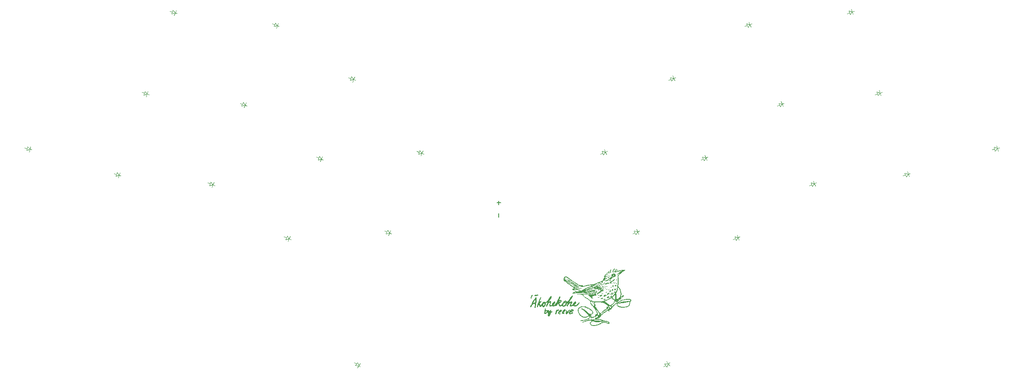
<source format=gbr>
%TF.GenerationSoftware,KiCad,Pcbnew,8.0.9-1.fc41*%
%TF.CreationDate,2025-04-15T07:09:33+10:00*%
%TF.ProjectId,'akohekohe,27616b6f-6865-46b6-9f68-652e6b696361,0.1*%
%TF.SameCoordinates,Original*%
%TF.FileFunction,Legend,Top*%
%TF.FilePolarity,Positive*%
%FSLAX46Y46*%
G04 Gerber Fmt 4.6, Leading zero omitted, Abs format (unit mm)*
G04 Created by KiCad (PCBNEW 8.0.9-1.fc41) date 2025-04-15 07:09:33*
%MOMM*%
%LPD*%
G01*
G04 APERTURE LIST*
%ADD10C,0.200000*%
%ADD11C,0.100000*%
%ADD12C,0.000000*%
G04 APERTURE END LIST*
D10*
X171657204Y-120181671D02*
X171657204Y-119419767D01*
X172038157Y-119800719D02*
X171276252Y-119800719D01*
X171657204Y-122781671D02*
X171657204Y-122019767D01*
D11*
%TO.C,SW22*%
X213052418Y-110493846D02*
X213758577Y-110639930D01*
X213202297Y-110864714D02*
X212738692Y-111052015D01*
X213352124Y-111235602D02*
X213052418Y-110493846D01*
X213758577Y-110639930D02*
X213352124Y-111235602D01*
X213758577Y-110639930D02*
X213552542Y-110129968D01*
X213758577Y-110639930D02*
X213964627Y-111149895D01*
X214129457Y-110490090D02*
X213758577Y-110639930D01*
%TO.C,SW23*%
X228566377Y-99507177D02*
X229272536Y-99653261D01*
X228716256Y-99878045D02*
X228252651Y-100065346D01*
X228866083Y-100248933D02*
X228566377Y-99507177D01*
X229272536Y-99653261D02*
X228866083Y-100248933D01*
X229272536Y-99653261D02*
X229066501Y-99143299D01*
X229272536Y-99653261D02*
X229478586Y-100163226D01*
X229643416Y-99503421D02*
X229272536Y-99653261D01*
%TO.C,SW27*%
X222009180Y-83278871D02*
X222715339Y-83424955D01*
X222159059Y-83649739D02*
X221695454Y-83837040D01*
X222308886Y-84020627D02*
X222009180Y-83278871D01*
X222715339Y-83424955D02*
X222308886Y-84020627D01*
X222715339Y-83424955D02*
X222509304Y-82914993D01*
X222715339Y-83424955D02*
X222921389Y-83934920D01*
X223086219Y-83275115D02*
X222715339Y-83424955D01*
%TO.C,SW20*%
X272383396Y-108474340D02*
X273062341Y-108717285D01*
X272480183Y-108862482D02*
X271995040Y-108983434D01*
X272576945Y-109250582D02*
X272383396Y-108474340D01*
X273062341Y-108717285D02*
X272576945Y-109250582D01*
X273062341Y-108717285D02*
X272929281Y-108183630D01*
X273062341Y-108717285D02*
X273195410Y-109250966D01*
X273450481Y-108620534D02*
X273062341Y-108717285D01*
%TO.C,SW24*%
X248511188Y-97213669D02*
X249208727Y-97396511D01*
X248641447Y-97591873D02*
X248168682Y-97754661D01*
X248771660Y-97970081D02*
X248511188Y-97213669D01*
X249208727Y-97396511D02*
X248771660Y-97970081D01*
X249208727Y-97396511D02*
X249029670Y-96876473D01*
X249208727Y-97396511D02*
X249387798Y-97916554D01*
X249586948Y-97266283D02*
X249208727Y-97396511D01*
%TO.C,SW11*%
X112771385Y-116287382D02*
X113071065Y-115545622D01*
X112921232Y-115916518D02*
X112457633Y-115729209D01*
X113071065Y-115545622D02*
X113477543Y-116141243D01*
X113477543Y-116141243D02*
X112771385Y-116287382D01*
X113477543Y-116141243D02*
X113271500Y-116651235D01*
X113477543Y-116141243D02*
X113683572Y-115631295D01*
X113848423Y-116291102D02*
X113477543Y-116141243D01*
%TO.C,SW12*%
X128285433Y-127274031D02*
X128585113Y-126532271D01*
X128435280Y-126903167D02*
X127971681Y-126715858D01*
X128585113Y-126532271D02*
X128991591Y-127127892D01*
X128991591Y-127127892D02*
X128285433Y-127274031D01*
X128991591Y-127127892D02*
X128785548Y-127637884D01*
X128991591Y-127127892D02*
X129197620Y-126617944D01*
X129362471Y-127277751D02*
X128991591Y-127127892D01*
%TO.C,SW3*%
X141396666Y-94822549D02*
X141696346Y-94080789D01*
X141546513Y-94451685D02*
X141082914Y-94264376D01*
X141696346Y-94080789D02*
X142102824Y-94676410D01*
X142102824Y-94676410D02*
X141396666Y-94822549D01*
X142102824Y-94676410D02*
X141896781Y-95186402D01*
X142102824Y-94676410D02*
X142308853Y-94166462D01*
X142473704Y-94826269D02*
X142102824Y-94676410D01*
D12*
%TO.C,G\u002A\u002A\u002A*%
G36*
X192118555Y-139067071D02*
G01*
X192036637Y-139135315D01*
X191942315Y-139190422D01*
X191857470Y-139199941D01*
X191803863Y-139164981D01*
X191804797Y-139117946D01*
X191863178Y-139083299D01*
X191967356Y-139066981D01*
X191997107Y-139066448D01*
X192118555Y-139067071D01*
G37*
G36*
X193240492Y-136541606D02*
G01*
X193257553Y-136554534D01*
X193263985Y-136596086D01*
X193220468Y-136637091D01*
X193145341Y-136664631D01*
X193094566Y-136669345D01*
X192986042Y-136668191D01*
X193067960Y-136599946D01*
X193166409Y-136539581D01*
X193240492Y-136541606D01*
G37*
G36*
X193813740Y-134436095D02*
G01*
X193778648Y-134488641D01*
X193766779Y-134501784D01*
X193687926Y-134572496D01*
X193641649Y-134582170D01*
X193627982Y-134537704D01*
X193657379Y-134482295D01*
X193726437Y-134434787D01*
X193805246Y-134415035D01*
X193813740Y-134436095D01*
G37*
G36*
X195011810Y-137092400D02*
G01*
X195009431Y-137112519D01*
X194969485Y-137169616D01*
X194934608Y-137185017D01*
X194892067Y-137185424D01*
X194897434Y-137149876D01*
X194910203Y-137124691D01*
X194955989Y-137067037D01*
X194995810Y-137055543D01*
X195011810Y-137092400D01*
G37*
G36*
X191940891Y-138658818D02*
G01*
X191998250Y-138682075D01*
X192008899Y-138710662D01*
X191979829Y-138730288D01*
X191886063Y-138750725D01*
X191804487Y-138744107D01*
X191777344Y-138729334D01*
X191754819Y-138681703D01*
X191795236Y-138653828D01*
X191849635Y-138648900D01*
X191940891Y-138658818D01*
G37*
G36*
X192531224Y-136103672D02*
G01*
X192562290Y-136129647D01*
X192562052Y-136132658D01*
X192525750Y-136163119D01*
X192456402Y-136178972D01*
X192389779Y-136174569D01*
X192368828Y-136163167D01*
X192343795Y-136114874D01*
X192380543Y-136088581D01*
X192456875Y-136087085D01*
X192531224Y-136103672D01*
G37*
G36*
X192577775Y-136963186D02*
G01*
X192574523Y-137006910D01*
X192523542Y-137064165D01*
X192462115Y-137112488D01*
X192423944Y-137115872D01*
X192403155Y-137099680D01*
X192396430Y-137052896D01*
X192430612Y-136996365D01*
X192486574Y-136955154D01*
X192518820Y-136948095D01*
X192577775Y-136963186D01*
G37*
G36*
X192799068Y-138307578D02*
G01*
X192916643Y-138318895D01*
X192805593Y-138379534D01*
X192697600Y-138424081D01*
X192602043Y-138439029D01*
X192536537Y-138423812D01*
X192517599Y-138388784D01*
X192549153Y-138340318D01*
X192634566Y-138310975D01*
X192759966Y-138304755D01*
X192799068Y-138307578D01*
G37*
G36*
X192940604Y-137069866D02*
G01*
X192956257Y-137104537D01*
X192951126Y-137175980D01*
X192915649Y-137213359D01*
X192838377Y-137256246D01*
X192800124Y-137242705D01*
X192795195Y-137213719D01*
X192818975Y-137156954D01*
X192863870Y-137104897D01*
X192915279Y-137063380D01*
X192940604Y-137069866D01*
G37*
G36*
X193033614Y-136292055D02*
G01*
X193055700Y-136332052D01*
X193034270Y-136380158D01*
X192981116Y-136413003D01*
X192910156Y-136426771D01*
X192850343Y-136419377D01*
X192829894Y-136394872D01*
X192855441Y-136352513D01*
X192905603Y-136309111D01*
X192977321Y-136280951D01*
X193033614Y-136292055D01*
G37*
G36*
X193331369Y-137202900D02*
G01*
X193380642Y-137242049D01*
X193366283Y-137288964D01*
X193296078Y-137330648D01*
X193217191Y-137358352D01*
X193183943Y-137360294D01*
X193177992Y-137338464D01*
X193204485Y-137275039D01*
X193260891Y-137221106D01*
X193320264Y-137200481D01*
X193331369Y-137202900D01*
G37*
G36*
X193667419Y-136800155D02*
G01*
X193691016Y-136864213D01*
X193657040Y-136934468D01*
X193595242Y-136981746D01*
X193541483Y-137002084D01*
X193525271Y-136974892D01*
X193524987Y-136957991D01*
X193543925Y-136878972D01*
X193586777Y-136816472D01*
X193636933Y-136788897D01*
X193667419Y-136800155D01*
G37*
G36*
X193685814Y-134738897D02*
G01*
X193684878Y-134778750D01*
X193664272Y-134828457D01*
X193615176Y-134883497D01*
X193561871Y-134899265D01*
X193527319Y-134872238D01*
X193523883Y-134849999D01*
X193548234Y-134802370D01*
X193602780Y-134757073D01*
X193659762Y-134733154D01*
X193685814Y-134738897D01*
G37*
G36*
X195032527Y-136009944D02*
G01*
X195026095Y-136056197D01*
X194980221Y-136114878D01*
X194916162Y-136164772D01*
X194857449Y-136184707D01*
X194828100Y-136175418D01*
X194838953Y-136138209D01*
X194877162Y-136080609D01*
X194946560Y-135999198D01*
X194997814Y-135979579D01*
X195032527Y-136009944D01*
G37*
G36*
X195652078Y-135448174D02*
G01*
X195662135Y-135512234D01*
X195634603Y-135588740D01*
X195629918Y-135595756D01*
X195581778Y-135642351D01*
X195554157Y-135630092D01*
X195542816Y-135570106D01*
X195555226Y-135494935D01*
X195583333Y-135436032D01*
X195607601Y-135421319D01*
X195652078Y-135448174D01*
G37*
G36*
X195657050Y-136183333D02*
G01*
X195667203Y-136247960D01*
X195642910Y-136316740D01*
X195597579Y-136356601D01*
X195586162Y-136358205D01*
X195545028Y-136329525D01*
X195536452Y-136293054D01*
X195554432Y-136226753D01*
X195595255Y-136179189D01*
X195639247Y-136168262D01*
X195657050Y-136183333D01*
G37*
G36*
X192161721Y-136584968D02*
G01*
X192163889Y-136628481D01*
X192119097Y-136678654D01*
X192082223Y-136699629D01*
X191989024Y-136734588D01*
X191935376Y-136731607D01*
X191911826Y-136707573D01*
X191921305Y-136667127D01*
X191973446Y-136619348D01*
X192045626Y-136580440D01*
X192108926Y-136566401D01*
X192161721Y-136584968D01*
G37*
G36*
X194016583Y-134850691D02*
G01*
X193985532Y-134911181D01*
X193955274Y-134952877D01*
X193879724Y-135034238D01*
X193816035Y-135071634D01*
X193775450Y-135060775D01*
X193766779Y-135024794D01*
X193794007Y-134968732D01*
X193859024Y-134903947D01*
X193936832Y-134851277D01*
X193998771Y-134831429D01*
X194016583Y-134850691D01*
G37*
G36*
X194106355Y-134491243D02*
G01*
X194058602Y-134556617D01*
X194016452Y-134599390D01*
X193928139Y-134669743D01*
X193865740Y-134690436D01*
X193837149Y-134659431D01*
X193836178Y-134645960D01*
X193865931Y-134579933D01*
X193940714Y-134514162D01*
X194035700Y-134468850D01*
X194098861Y-134461037D01*
X194106355Y-134491243D01*
G37*
G36*
X194111426Y-135025748D02*
G01*
X194089962Y-135088046D01*
X194041857Y-135156394D01*
X193970931Y-135230392D01*
X193919299Y-135243082D01*
X193888407Y-135213413D01*
X193896927Y-135170336D01*
X193941497Y-135107429D01*
X194002507Y-135046315D01*
X194060346Y-135008615D01*
X194077497Y-135004926D01*
X194111426Y-135025748D01*
G37*
G36*
X194334403Y-134682965D02*
G01*
X194332325Y-134713936D01*
X194291960Y-134765698D01*
X194232350Y-134819931D01*
X194172537Y-134858318D01*
X194143994Y-134866128D01*
X194119614Y-134838586D01*
X194120212Y-134806276D01*
X194156981Y-134748966D01*
X194226299Y-134700168D01*
X194299015Y-134676664D01*
X194334403Y-134682965D01*
G37*
G36*
X194404815Y-138362529D02*
G01*
X194380376Y-138427479D01*
X194374020Y-138440172D01*
X194322058Y-138510337D01*
X194267615Y-138542797D01*
X194227828Y-138531626D01*
X194217872Y-138494189D01*
X194244471Y-138441179D01*
X194305632Y-138382305D01*
X194373403Y-138341835D01*
X194399981Y-138336073D01*
X194404815Y-138362529D01*
G37*
G36*
X195312142Y-136054852D02*
G01*
X195311073Y-136121306D01*
X195278990Y-136201453D01*
X195231031Y-136266615D01*
X195188657Y-136288806D01*
X195160593Y-136259911D01*
X195154758Y-136223251D01*
X195175899Y-136149596D01*
X195221579Y-136075778D01*
X195269819Y-136023009D01*
X195295795Y-136022374D01*
X195312142Y-136054852D01*
G37*
G36*
X191974494Y-136391711D02*
G01*
X191991335Y-136433943D01*
X191948226Y-136481155D01*
X191947101Y-136481989D01*
X191874804Y-136517566D01*
X191798939Y-136530996D01*
X191742308Y-136521617D01*
X191727715Y-136488772D01*
X191727857Y-136488327D01*
X191772081Y-136433657D01*
X191847882Y-136392558D01*
X191926312Y-136376371D01*
X191974494Y-136391711D01*
G37*
G36*
X192717218Y-136407601D02*
G01*
X192710965Y-136451853D01*
X192642253Y-136525897D01*
X192619035Y-136545967D01*
X192522402Y-136612961D01*
X192451613Y-136633573D01*
X192415967Y-136605979D01*
X192413501Y-136586269D01*
X192441718Y-136527271D01*
X192509852Y-136462511D01*
X192593122Y-136411342D01*
X192661076Y-136392904D01*
X192717218Y-136407601D01*
G37*
G36*
X192794316Y-136692355D02*
G01*
X192805651Y-136702504D01*
X192823438Y-136743325D01*
X192788160Y-136792126D01*
X192765326Y-136811760D01*
X192678761Y-136865858D01*
X192615208Y-136874040D01*
X192587342Y-136835191D01*
X192586998Y-136827447D01*
X192613666Y-136773399D01*
X192675528Y-136718191D01*
X192747297Y-136682026D01*
X192794316Y-136692355D01*
G37*
G36*
X192983441Y-136830369D02*
G01*
X192984094Y-136882383D01*
X192938754Y-136948539D01*
X192913565Y-136971016D01*
X192810585Y-137038036D01*
X192740479Y-137046727D01*
X192710401Y-137020657D01*
X192722806Y-136983326D01*
X192772178Y-136924981D01*
X192838616Y-136864383D01*
X192902218Y-136820293D01*
X192934607Y-136809297D01*
X192983441Y-136830369D01*
G37*
G36*
X193364704Y-136866901D02*
G01*
X193366918Y-136920424D01*
X193325111Y-136981785D01*
X193317363Y-136988414D01*
X193224036Y-137043411D01*
X193152726Y-137044213D01*
X193126557Y-137020273D01*
X193138417Y-136982667D01*
X193187001Y-136927683D01*
X193250556Y-136875316D01*
X193307329Y-136845562D01*
X193318318Y-136843997D01*
X193364704Y-136866901D01*
G37*
G36*
X193743462Y-137351225D02*
G01*
X193705925Y-137405242D01*
X193680031Y-137433888D01*
X193597232Y-137502285D01*
X193521761Y-137535191D01*
X193469316Y-137528535D01*
X193454484Y-137492364D01*
X193483145Y-137452253D01*
X193552895Y-137402907D01*
X193639387Y-137358201D01*
X193718272Y-137332013D01*
X193739749Y-137329789D01*
X193743462Y-137351225D01*
G37*
G36*
X194587794Y-136959456D02*
G01*
X194580619Y-136994946D01*
X194538451Y-137055717D01*
X194478965Y-137121855D01*
X194419831Y-137173443D01*
X194382333Y-137190991D01*
X194361471Y-137163530D01*
X194362801Y-137133945D01*
X194393954Y-137078619D01*
X194454224Y-137019031D01*
X194521896Y-136972021D01*
X194575260Y-136954427D01*
X194587794Y-136959456D01*
G37*
G36*
X188313646Y-137172535D02*
G01*
X188392179Y-137211079D01*
X188460517Y-137256652D01*
X188492289Y-137293978D01*
X188492462Y-137295981D01*
X188464563Y-137323455D01*
X188394412Y-137321784D01*
X188302328Y-137291837D01*
X188292941Y-137287439D01*
X188237276Y-137243374D01*
X188214397Y-137193387D01*
X188231449Y-137159976D01*
X188251289Y-137156292D01*
X188313646Y-137172535D01*
G37*
G36*
X193710957Y-137935820D02*
G01*
X193680177Y-137987092D01*
X193660055Y-138009725D01*
X193575964Y-138085546D01*
X193486882Y-138144730D01*
X193411856Y-138176493D01*
X193372135Y-138172759D01*
X193352545Y-138133992D01*
X193378630Y-138090902D01*
X193458053Y-138033681D01*
X193500907Y-138007891D01*
X193617273Y-137946173D01*
X193688639Y-137922164D01*
X193710957Y-137935820D01*
G37*
G36*
X192493175Y-136251087D02*
G01*
X192508483Y-136288935D01*
X192478374Y-136339807D01*
X192421628Y-136395224D01*
X192333878Y-136467588D01*
X192277201Y-136494222D01*
X192236548Y-136481252D01*
X192228437Y-136473869D01*
X192207640Y-136434113D01*
X192230761Y-136387182D01*
X192305080Y-136320596D01*
X192328353Y-136302582D01*
X192412234Y-136246176D01*
X192464486Y-136234112D01*
X192493175Y-136251087D01*
G37*
G36*
X194140480Y-137414328D02*
G01*
X194131819Y-137448208D01*
X194085885Y-137505786D01*
X194020981Y-137569199D01*
X193955413Y-137620584D01*
X193907487Y-137642081D01*
X193907078Y-137642084D01*
X193860448Y-137616961D01*
X193854338Y-137608696D01*
X193867857Y-137572894D01*
X193922965Y-137520969D01*
X193998812Y-137467086D01*
X194074545Y-137425408D01*
X194129314Y-137410100D01*
X194140480Y-137414328D01*
G37*
G36*
X193654353Y-135054430D02*
G01*
X193646630Y-135089674D01*
X193612155Y-135164213D01*
X193561630Y-135258917D01*
X193505759Y-135354657D01*
X193455244Y-135432303D01*
X193420788Y-135472727D01*
X193420055Y-135473201D01*
X193377395Y-135467657D01*
X193368323Y-135456969D01*
X193366572Y-135401829D01*
X193398623Y-135319928D01*
X193452995Y-135227425D01*
X193518207Y-135140477D01*
X193582777Y-135075242D01*
X193635223Y-135047879D01*
X193654353Y-135054430D01*
G37*
G36*
X192778928Y-139137937D02*
G01*
X192782685Y-139141992D01*
X192776144Y-139188583D01*
X192730283Y-139241603D01*
X192654329Y-139303107D01*
X192768136Y-139314057D01*
X192881943Y-139325008D01*
X192795195Y-139381604D01*
X192637968Y-139450039D01*
X192479755Y-139456152D01*
X192448200Y-139449243D01*
X192383076Y-139412518D01*
X192361452Y-139369527D01*
X192388772Y-139325116D01*
X192458154Y-139269440D01*
X192550730Y-139212691D01*
X192647630Y-139165063D01*
X192729985Y-139136748D01*
X192778928Y-139137937D01*
G37*
G36*
X195387351Y-136528235D02*
G01*
X195397654Y-136599561D01*
X195397654Y-136707902D01*
X195475727Y-136634901D01*
X195531444Y-136589459D01*
X195557342Y-136592869D01*
X195564982Y-136615999D01*
X195552776Y-136681883D01*
X195507662Y-136764150D01*
X195447457Y-136837610D01*
X195389979Y-136877076D01*
X195379162Y-136878696D01*
X195325831Y-136851213D01*
X195293709Y-136809585D01*
X195274088Y-136711357D01*
X195285408Y-136629773D01*
X195320357Y-136540438D01*
X195357989Y-136505609D01*
X195387351Y-136528235D01*
G37*
G36*
X195464587Y-137330720D02*
G01*
X195465642Y-137359132D01*
X195442414Y-137461537D01*
X195381393Y-137557465D01*
X195300675Y-137624418D01*
X195238054Y-137642084D01*
X195165628Y-137624458D01*
X195133874Y-137593338D01*
X195124000Y-137526312D01*
X195125989Y-137431733D01*
X195126288Y-137428516D01*
X195150670Y-137341957D01*
X195191069Y-137310983D01*
X195231022Y-137337741D01*
X195252884Y-137411989D01*
X195264262Y-137511539D01*
X195364247Y-137394640D01*
X195425691Y-137325429D01*
X195455103Y-137305536D01*
X195464587Y-137330720D01*
G37*
G36*
X194896954Y-136620926D02*
G01*
X194897314Y-136689032D01*
X194897156Y-136689668D01*
X194886559Y-136750793D01*
X194909420Y-136757798D01*
X194948415Y-136738906D01*
X195019538Y-136714177D01*
X195043153Y-136736850D01*
X195016560Y-136801330D01*
X194994175Y-136833702D01*
X194921878Y-136915080D01*
X194863375Y-136937310D01*
X194804484Y-136904755D01*
X194794441Y-136895117D01*
X194750203Y-136840808D01*
X194742662Y-136785491D01*
X194768611Y-136699623D01*
X194772205Y-136690108D01*
X194815506Y-136621531D01*
X194863387Y-136598448D01*
X194896954Y-136620926D01*
G37*
G36*
X192623824Y-138598239D02*
G01*
X192639605Y-138633579D01*
X192621357Y-138666129D01*
X192597586Y-138706931D01*
X192630213Y-138717733D01*
X192634798Y-138717767D01*
X192685896Y-138730275D01*
X192677007Y-138763353D01*
X192611975Y-138810335D01*
X192568471Y-138832789D01*
X192403205Y-138884812D01*
X192259225Y-138875133D01*
X192166899Y-138825843D01*
X192113915Y-138773530D01*
X192113277Y-138731842D01*
X192132604Y-138704395D01*
X192200445Y-138662464D01*
X192276693Y-138648368D01*
X192386237Y-138635263D01*
X192469275Y-138612253D01*
X192562632Y-138589566D01*
X192623824Y-138598239D01*
G37*
G36*
X194867476Y-137346575D02*
G01*
X194863955Y-137402999D01*
X194826533Y-137509271D01*
X194823788Y-137515998D01*
X194811653Y-137560018D01*
X194840609Y-137556757D01*
X194869619Y-137542023D01*
X194951511Y-137508261D01*
X194983139Y-137518894D01*
X194964187Y-137570131D01*
X194894336Y-137658185D01*
X194880590Y-137673114D01*
X194780706Y-137758025D01*
X194699979Y-137779764D01*
X194657399Y-137757749D01*
X194636842Y-137693619D01*
X194650690Y-137597682D01*
X194689620Y-137492025D01*
X194744313Y-137398733D01*
X194805447Y-137339893D01*
X194837835Y-137330219D01*
X194867476Y-137346575D01*
G37*
G36*
X195301774Y-133220339D02*
G01*
X195289918Y-133253066D01*
X195239148Y-133318175D01*
X195174361Y-133387321D01*
X195069229Y-133511230D01*
X194970609Y-133669960D01*
X194870586Y-133877092D01*
X194822313Y-133991416D01*
X194791027Y-134044283D01*
X194756346Y-134036742D01*
X194746753Y-134027850D01*
X194714590Y-133983052D01*
X194708992Y-133927705D01*
X194732677Y-133846764D01*
X194788361Y-133725179D01*
X194808781Y-133684331D01*
X194907590Y-133511897D01*
X195011591Y-133370454D01*
X195113082Y-133267248D01*
X195204362Y-133209528D01*
X195277729Y-133204543D01*
X195301774Y-133220339D01*
G37*
G36*
X191604917Y-137854640D02*
G01*
X191666675Y-137870932D01*
X191676669Y-137892061D01*
X191658531Y-137916825D01*
X191615261Y-137938750D01*
X191536471Y-137960584D01*
X191411775Y-137985074D01*
X191230787Y-138014968D01*
X191184902Y-138022151D01*
X191049625Y-138044468D01*
X190938235Y-138065166D01*
X190870885Y-138080443D01*
X190863932Y-138082718D01*
X190823776Y-138072373D01*
X190817326Y-138046178D01*
X190827470Y-138016348D01*
X190864815Y-137989282D01*
X190939733Y-137961025D01*
X191062596Y-137927622D01*
X191233719Y-137887396D01*
X191373099Y-137862710D01*
X191501945Y-137851846D01*
X191604917Y-137854640D01*
G37*
G36*
X195625912Y-133318241D02*
G01*
X195671704Y-133357320D01*
X195655775Y-133404772D01*
X195596659Y-133440349D01*
X195502660Y-133495021D01*
X195386975Y-133588520D01*
X195267911Y-133702957D01*
X195163775Y-133820443D01*
X195092874Y-133923090D01*
X195083693Y-133941593D01*
X195044657Y-134023349D01*
X195019811Y-134048924D01*
X194996510Y-134026138D01*
X194983791Y-134003370D01*
X194966327Y-133925211D01*
X194995573Y-133833453D01*
X195075553Y-133720883D01*
X195210290Y-133580287D01*
X195230398Y-133561124D01*
X195378665Y-133428978D01*
X195491452Y-133348001D01*
X195575336Y-133314153D01*
X195625912Y-133318241D01*
G37*
G36*
X193982732Y-138815742D02*
G01*
X193994904Y-138874275D01*
X193975379Y-138925211D01*
X193948112Y-138994738D01*
X193969421Y-139019033D01*
X194043989Y-139001902D01*
X194061725Y-138995363D01*
X194145206Y-138973598D01*
X194178825Y-138986019D01*
X194167180Y-139023802D01*
X194114871Y-139078118D01*
X194026495Y-139140142D01*
X193970005Y-139171396D01*
X193844567Y-139219624D01*
X193729560Y-139236639D01*
X193642879Y-139221774D01*
X193605372Y-139185016D01*
X193617257Y-139136444D01*
X193667554Y-139063512D01*
X193741771Y-138980400D01*
X193825418Y-138901286D01*
X193904004Y-138840353D01*
X193963039Y-138811780D01*
X193982732Y-138815742D01*
G37*
G36*
X194368694Y-137597810D02*
G01*
X194373049Y-137660975D01*
X194342311Y-137729138D01*
X194297922Y-137803433D01*
X194299908Y-137830805D01*
X194354581Y-137817759D01*
X194407605Y-137796461D01*
X194518156Y-137756397D01*
X194569992Y-137752932D01*
X194562913Y-137785868D01*
X194496718Y-137855006D01*
X194481012Y-137869075D01*
X194353716Y-137958560D01*
X194246237Y-137986461D01*
X194162455Y-137951977D01*
X194149031Y-137937702D01*
X194129945Y-137894719D01*
X194143076Y-137834647D01*
X194192826Y-137738881D01*
X194198294Y-137729505D01*
X194255597Y-137641061D01*
X194302947Y-137584192D01*
X194321386Y-137572685D01*
X194368694Y-137597810D01*
G37*
G36*
X194466255Y-133435057D02*
G01*
X194481198Y-133485383D01*
X194447434Y-133552345D01*
X194409905Y-133645119D01*
X194391962Y-133773539D01*
X194391370Y-133801414D01*
X194396415Y-133907343D01*
X194416189Y-133963168D01*
X194457649Y-133987748D01*
X194460378Y-133988485D01*
X194508988Y-134015770D01*
X194499359Y-134046227D01*
X194440560Y-134066114D01*
X194407892Y-134068041D01*
X194326702Y-134041557D01*
X194288492Y-134000923D01*
X194260199Y-133907757D01*
X194256353Y-133794583D01*
X194272530Y-133675492D01*
X194304301Y-133564575D01*
X194347241Y-133475922D01*
X194396923Y-133423626D01*
X194448920Y-133421775D01*
X194466255Y-133435057D01*
G37*
G36*
X193175838Y-139374531D02*
G01*
X193176889Y-139386667D01*
X193154235Y-139450148D01*
X193135249Y-139474215D01*
X193109274Y-139507221D01*
X193129993Y-139511362D01*
X193203668Y-139486029D01*
X193263150Y-139461773D01*
X193347503Y-139431073D01*
X193400553Y-139420258D01*
X193407002Y-139422107D01*
X193411493Y-139468179D01*
X193367697Y-139528806D01*
X193289181Y-139587072D01*
X193264384Y-139599923D01*
X193167658Y-139641517D01*
X193105406Y-139650609D01*
X193051404Y-139628344D01*
X193025485Y-139610363D01*
X192984504Y-139547822D01*
X193007152Y-139473862D01*
X193090662Y-139397266D01*
X193093054Y-139395688D01*
X193153819Y-139362923D01*
X193175838Y-139374531D01*
G37*
G36*
X194724474Y-138112310D02*
G01*
X194714198Y-138198041D01*
X194689896Y-138273084D01*
X194632078Y-138422822D01*
X194791228Y-138258000D01*
X194885608Y-138161953D01*
X194942261Y-138111331D01*
X194970698Y-138100719D01*
X194980432Y-138124699D01*
X194981260Y-138149806D01*
X194956228Y-138238936D01*
X194893149Y-138343652D01*
X194810049Y-138438650D01*
X194736737Y-138493062D01*
X194661285Y-138530863D01*
X194618674Y-138539465D01*
X194579125Y-138519592D01*
X194549032Y-138497620D01*
X194506397Y-138436174D01*
X194513323Y-138345225D01*
X194570913Y-138217770D01*
X194601154Y-138166618D01*
X194662080Y-138089554D01*
X194705144Y-138073799D01*
X194724474Y-138112310D01*
G37*
G36*
X194021406Y-138068857D02*
G01*
X193995280Y-138139329D01*
X193941138Y-138225279D01*
X193839164Y-138366050D01*
X194011536Y-138258898D01*
X194107815Y-138205625D01*
X194180766Y-138177322D01*
X194209565Y-138177856D01*
X194200688Y-138213073D01*
X194150223Y-138275720D01*
X194072872Y-138352635D01*
X193983337Y-138430656D01*
X193896319Y-138496622D01*
X193826520Y-138537371D01*
X193800279Y-138544270D01*
X193732076Y-138516378D01*
X193698601Y-138477152D01*
X193669846Y-138416842D01*
X193662681Y-138393687D01*
X193684051Y-138356460D01*
X193737819Y-138287043D01*
X193808467Y-138203450D01*
X193880481Y-138123697D01*
X193938344Y-138065798D01*
X193959230Y-138049373D01*
X194009726Y-138035602D01*
X194021406Y-138068857D01*
G37*
G36*
X187469303Y-137857103D02*
G01*
X187433779Y-137908045D01*
X187348727Y-137970879D01*
X187252986Y-138028872D01*
X187175716Y-138071448D01*
X187152430Y-138082204D01*
X187132283Y-138106053D01*
X187161073Y-138151389D01*
X187213123Y-138201329D01*
X187276009Y-138266525D01*
X187303577Y-138313941D01*
X187301509Y-138324112D01*
X187253366Y-138338843D01*
X187156983Y-138348631D01*
X187033381Y-138352922D01*
X186903578Y-138351161D01*
X186788597Y-138342791D01*
X186757490Y-138338485D01*
X186673971Y-138315677D01*
X186643756Y-138271260D01*
X186648187Y-138199950D01*
X186681892Y-138159213D01*
X186763056Y-138099876D01*
X186875578Y-138031195D01*
X187003354Y-137962427D01*
X187130281Y-137902829D01*
X187232478Y-137864051D01*
X187364772Y-137831540D01*
X187445007Y-137830412D01*
X187469303Y-137857103D01*
G37*
G36*
X194035484Y-133742550D02*
G01*
X194031711Y-133773397D01*
X194029390Y-133866125D01*
X194077061Y-133961538D01*
X194160958Y-134034918D01*
X194183486Y-134045894D01*
X194253453Y-134086621D01*
X194256152Y-134118017D01*
X194193557Y-134135418D01*
X194144738Y-134137439D01*
X194066782Y-134148753D01*
X194027025Y-134172139D01*
X193972289Y-134203005D01*
X193881248Y-134208195D01*
X193780867Y-134190548D01*
X193698112Y-134152904D01*
X193678193Y-134135408D01*
X193635364Y-134063674D01*
X193646790Y-134011281D01*
X193697446Y-133959199D01*
X193736554Y-133965382D01*
X193749384Y-134015991D01*
X193764593Y-134064737D01*
X193821739Y-134089090D01*
X193877889Y-134096061D01*
X194006347Y-134106731D01*
X193952609Y-133999010D01*
X193920890Y-133897109D01*
X193922506Y-133803432D01*
X193954200Y-133738515D01*
X193996699Y-133721046D01*
X194035484Y-133742550D01*
G37*
G36*
X185889159Y-135467988D02*
G01*
X185981233Y-135523157D01*
X186116463Y-135627488D01*
X186170979Y-135672890D01*
X186466555Y-135913154D01*
X186777869Y-136149532D01*
X187089595Y-136371205D01*
X187386410Y-136567353D01*
X187652992Y-136727154D01*
X187703050Y-136754731D01*
X187854534Y-136843474D01*
X187956626Y-136917778D01*
X188005784Y-136973825D01*
X187998464Y-137007798D01*
X187945946Y-137016481D01*
X187889332Y-137000421D01*
X187789687Y-136958357D01*
X187664638Y-136898002D01*
X187607626Y-136868442D01*
X187476624Y-136792557D01*
X187315453Y-136688972D01*
X187132199Y-136563891D01*
X186934952Y-136423518D01*
X186731800Y-136274059D01*
X186530831Y-136121717D01*
X186340133Y-135972698D01*
X186167794Y-135833205D01*
X186021902Y-135709444D01*
X185910546Y-135607619D01*
X185841814Y-135533934D01*
X185822952Y-135499393D01*
X185837359Y-135460546D01*
X185889159Y-135467988D01*
G37*
G36*
X193358686Y-138503990D02*
G01*
X193371313Y-138542666D01*
X193339016Y-138600913D01*
X193281053Y-138665651D01*
X193208395Y-138743746D01*
X193188510Y-138778854D01*
X193224070Y-138776009D01*
X193317745Y-138740247D01*
X193320124Y-138739274D01*
X193426354Y-138698465D01*
X193521405Y-138666014D01*
X193523883Y-138665263D01*
X193610632Y-138639145D01*
X193541233Y-138718074D01*
X193475433Y-138772584D01*
X193373838Y-138836502D01*
X193259714Y-138897391D01*
X193156330Y-138942811D01*
X193088097Y-138960325D01*
X193033139Y-138941742D01*
X192985927Y-138912821D01*
X192943478Y-138874907D01*
X192943590Y-138835733D01*
X192980094Y-138774023D01*
X193029592Y-138710432D01*
X193066406Y-138683089D01*
X193067003Y-138683068D01*
X193106254Y-138660783D01*
X193173502Y-138604548D01*
X193206428Y-138573457D01*
X193284121Y-138506843D01*
X193334315Y-138490401D01*
X193358686Y-138503990D01*
G37*
G36*
X193196420Y-136031288D02*
G01*
X193251600Y-136110407D01*
X193282241Y-136169949D01*
X193359085Y-136328687D01*
X193467509Y-136224938D01*
X193573981Y-136145350D01*
X193674518Y-136109062D01*
X193732080Y-136114204D01*
X193830834Y-136131162D01*
X193931122Y-136117072D01*
X193980206Y-136091495D01*
X194028363Y-136062316D01*
X194058777Y-136083555D01*
X194077957Y-136163024D01*
X194084314Y-136216488D01*
X194079461Y-136300012D01*
X194053210Y-136349389D01*
X194017637Y-136352654D01*
X193989258Y-136310674D01*
X193962230Y-136276277D01*
X193911879Y-136292810D01*
X193901433Y-136299114D01*
X193842631Y-136322556D01*
X193804170Y-136293723D01*
X193800951Y-136288806D01*
X193774461Y-136256971D01*
X193767415Y-136290073D01*
X193767311Y-136297480D01*
X193745351Y-136348024D01*
X193697502Y-136353443D01*
X193648874Y-136315682D01*
X193634169Y-136287175D01*
X193614824Y-136250456D01*
X193591019Y-136257940D01*
X193551551Y-136317018D01*
X193528969Y-136356574D01*
X193472601Y-136440340D01*
X193420869Y-136490572D01*
X193403299Y-136497002D01*
X193353312Y-136472313D01*
X193285081Y-136410601D01*
X193262454Y-136385169D01*
X193157869Y-136240225D01*
X193113820Y-136126220D01*
X193119189Y-136065472D01*
X193153246Y-136016927D01*
X193196420Y-136031288D01*
G37*
G36*
X185520879Y-135414441D02*
G01*
X185649767Y-135499902D01*
X185815961Y-135628934D01*
X185998397Y-135783792D01*
X186134374Y-135900217D01*
X186305216Y-136042433D01*
X186490748Y-136193963D01*
X186670792Y-136338329D01*
X186825171Y-136459055D01*
X186826889Y-136460371D01*
X186929489Y-136534135D01*
X187077227Y-136633995D01*
X187255528Y-136750680D01*
X187449817Y-136874922D01*
X187645522Y-136997448D01*
X187828067Y-137108991D01*
X187982879Y-137200278D01*
X188045838Y-137235709D01*
X188176472Y-137316728D01*
X188241503Y-137380828D01*
X188242230Y-137429547D01*
X188223198Y-137446088D01*
X188176031Y-137445179D01*
X188097772Y-137420706D01*
X188093028Y-137418740D01*
X188014776Y-137379369D01*
X187900494Y-137314167D01*
X187771974Y-137235681D01*
X187742288Y-137216810D01*
X187585693Y-137117518D01*
X187412216Y-137009159D01*
X187259327Y-136915139D01*
X187258887Y-136914871D01*
X187147413Y-136845256D01*
X187035128Y-136770614D01*
X186915691Y-136685970D01*
X186782763Y-136586349D01*
X186630001Y-136466774D01*
X186451065Y-136322270D01*
X186239614Y-136147861D01*
X185989306Y-135938572D01*
X185693802Y-135689426D01*
X185649974Y-135652359D01*
X185536795Y-135552367D01*
X185449312Y-135466874D01*
X185397710Y-135406375D01*
X185388886Y-135383345D01*
X185432764Y-135374830D01*
X185520879Y-135414441D01*
G37*
G36*
X195262746Y-134271798D02*
G01*
X195333694Y-134339251D01*
X195398095Y-134459546D01*
X195399704Y-134463126D01*
X195435696Y-134611506D01*
X195404963Y-134744324D01*
X195308759Y-134859997D01*
X195148335Y-134956936D01*
X194955712Y-135025299D01*
X194847735Y-135059523D01*
X194760314Y-135101333D01*
X194675154Y-135163108D01*
X194573954Y-135257233D01*
X194495944Y-135336429D01*
X194393390Y-135445438D01*
X194312175Y-135537939D01*
X194262732Y-135601688D01*
X194252572Y-135622050D01*
X194282822Y-135656863D01*
X194358855Y-135697512D01*
X194458599Y-135735292D01*
X194559978Y-135761495D01*
X194623401Y-135768314D01*
X194690259Y-135750632D01*
X194777170Y-135693165D01*
X194893454Y-135589280D01*
X194941857Y-135541688D01*
X195073542Y-135420073D01*
X195171726Y-135351338D01*
X195234158Y-135336595D01*
X195258585Y-135376956D01*
X195258856Y-135385236D01*
X195235977Y-135424330D01*
X195174765Y-135498925D01*
X195086361Y-135595853D01*
X195040232Y-135643699D01*
X194910717Y-135767619D01*
X194808403Y-135844719D01*
X194719948Y-135884506D01*
X194693541Y-135890696D01*
X194616266Y-135912959D01*
X194582956Y-135938516D01*
X194584125Y-135944899D01*
X194584093Y-135995728D01*
X194564064Y-136047410D01*
X194543979Y-136125623D01*
X194561633Y-136163461D01*
X194577236Y-136218636D01*
X194557101Y-136247992D01*
X194494804Y-136282362D01*
X194429000Y-136284551D01*
X194389489Y-136255007D01*
X194387374Y-136245431D01*
X194386447Y-136175142D01*
X194388552Y-136132658D01*
X194386159Y-136094398D01*
X194362606Y-136102093D01*
X194306739Y-136159640D01*
X194304649Y-136161954D01*
X194226555Y-136227757D01*
X194163960Y-136240789D01*
X194162081Y-136240122D01*
X194132179Y-136218353D01*
X194143728Y-136178710D01*
X194183214Y-136124077D01*
X194265704Y-136039725D01*
X194366425Y-135962508D01*
X194375409Y-135956893D01*
X194492978Y-135885226D01*
X194317911Y-135822273D01*
X194216035Y-135778371D01*
X194144246Y-135733920D01*
X194124357Y-135711144D01*
X194126035Y-135621846D01*
X194184768Y-135500714D01*
X194298145Y-135351685D01*
X194431660Y-135209977D01*
X194552149Y-135095262D01*
X194647148Y-135019306D01*
X194737296Y-134969024D01*
X194843235Y-134931328D01*
X194893494Y-134917156D01*
X195072305Y-134853607D01*
X195203341Y-134775151D01*
X195278498Y-134687664D01*
X195293555Y-134627148D01*
X195279987Y-134531830D01*
X195246597Y-134444063D01*
X195204358Y-134388425D01*
X195183376Y-134380336D01*
X195158519Y-134390534D01*
X195182517Y-134421975D01*
X195221053Y-134504613D01*
X195214672Y-134610677D01*
X195166812Y-134713814D01*
X195140396Y-134744846D01*
X195017762Y-134832587D01*
X194894742Y-134854239D01*
X194786675Y-134814820D01*
X194727122Y-134755570D01*
X194710441Y-134674607D01*
X194715824Y-134648872D01*
X194853208Y-134648872D01*
X194861747Y-134695762D01*
X194896909Y-134724515D01*
X194952306Y-134708970D01*
X195008239Y-134673313D01*
X195069671Y-134607585D01*
X195082794Y-134545099D01*
X195054034Y-134503563D01*
X194989817Y-134500687D01*
X194951360Y-134516565D01*
X194884240Y-134575811D01*
X194853208Y-134648872D01*
X194715824Y-134648872D01*
X194735066Y-134556888D01*
X194754046Y-134501784D01*
X194754388Y-134481689D01*
X194724743Y-134514318D01*
X194707817Y-134538334D01*
X194662636Y-134619530D01*
X194654977Y-134694305D01*
X194673524Y-134779855D01*
X194689030Y-134831735D01*
X194697101Y-134870982D01*
X194690717Y-134906439D01*
X194662856Y-134946948D01*
X194606499Y-135001353D01*
X194514623Y-135078497D01*
X194380208Y-135187223D01*
X194296217Y-135255089D01*
X194175110Y-135357056D01*
X194065787Y-135455933D01*
X193986650Y-135534854D01*
X193969918Y-135554111D01*
X193823353Y-135693141D01*
X193653878Y-135770196D01*
X193510418Y-135791067D01*
X193392901Y-135798054D01*
X193295275Y-135806180D01*
X193263637Y-135809963D01*
X193195959Y-135806936D01*
X193183773Y-135775451D01*
X193224582Y-135725180D01*
X193298389Y-135675286D01*
X193400739Y-135628168D01*
X193471837Y-135623839D01*
X193497253Y-135633834D01*
X193568598Y-135653258D01*
X193650166Y-135633810D01*
X193751876Y-135570556D01*
X193883646Y-135458567D01*
X193922376Y-135422445D01*
X194058976Y-135299101D01*
X194214012Y-135167596D01*
X194349629Y-135059732D01*
X194568134Y-134894257D01*
X194545427Y-134742840D01*
X194538721Y-134621776D01*
X194567282Y-134524388D01*
X194593872Y-134477204D01*
X194678028Y-134369252D01*
X194779872Y-134301294D01*
X194919102Y-134262865D01*
X195020953Y-134250325D01*
X195165188Y-134245913D01*
X195262746Y-134271798D01*
G37*
G36*
X191477636Y-138262762D02*
G01*
X191502814Y-138292699D01*
X191487113Y-138328663D01*
X191453482Y-138336605D01*
X191415899Y-138346314D01*
X191428483Y-138362629D01*
X191459782Y-138418617D01*
X191453653Y-138496269D01*
X191416180Y-138563184D01*
X191387179Y-138582651D01*
X191350417Y-138601324D01*
X191374879Y-138609410D01*
X191415891Y-138611230D01*
X191490265Y-138629222D01*
X191511315Y-138663380D01*
X191481964Y-138716079D01*
X191403407Y-138737298D01*
X191289887Y-138723674D01*
X191274142Y-138719409D01*
X191177153Y-138704958D01*
X191085895Y-138730276D01*
X191039661Y-138754271D01*
X190946893Y-138798524D01*
X190870684Y-138821931D01*
X190859645Y-138822969D01*
X190809876Y-138835961D01*
X190750109Y-138865115D01*
X190700709Y-138897806D01*
X190682041Y-138921411D01*
X190693494Y-138925964D01*
X190699148Y-138947032D01*
X190680950Y-138975095D01*
X190662232Y-139017114D01*
X190703604Y-139044226D01*
X190713311Y-139047439D01*
X190769435Y-139080130D01*
X190766186Y-139114725D01*
X190712437Y-139140522D01*
X190630382Y-139147449D01*
X190544195Y-139148510D01*
X190524937Y-139159640D01*
X190573099Y-139181354D01*
X190689169Y-139214169D01*
X190695005Y-139215662D01*
X190790659Y-139246251D01*
X190851866Y-139277588D01*
X190862765Y-139290890D01*
X190839189Y-139318501D01*
X190768972Y-139331192D01*
X190673254Y-139328925D01*
X190573178Y-139311667D01*
X190513706Y-139291474D01*
X190427588Y-139243565D01*
X190404131Y-139198453D01*
X190436674Y-139146999D01*
X190436317Y-139114617D01*
X190370683Y-139078672D01*
X190332079Y-139064942D01*
X190224406Y-139019639D01*
X190152399Y-138970551D01*
X190126065Y-138926948D01*
X190152866Y-138898912D01*
X190150275Y-138874502D01*
X190143401Y-138868132D01*
X190585996Y-138868132D01*
X190590759Y-138888760D01*
X190609129Y-138891265D01*
X190637691Y-138878569D01*
X190632262Y-138868132D01*
X190591082Y-138863979D01*
X190585996Y-138868132D01*
X190143401Y-138868132D01*
X190096130Y-138824325D01*
X189999418Y-138756537D01*
X189996890Y-138754926D01*
X190314184Y-138754926D01*
X190314650Y-138769003D01*
X190363636Y-138803022D01*
X190366233Y-138804516D01*
X190440948Y-138840854D01*
X190487681Y-138854106D01*
X190487215Y-138840029D01*
X190438229Y-138806010D01*
X190435632Y-138804516D01*
X190360917Y-138768178D01*
X190314184Y-138754926D01*
X189996890Y-138754926D01*
X189988044Y-138749289D01*
X189967542Y-138735117D01*
X190227435Y-138735117D01*
X190244785Y-138752467D01*
X190262135Y-138735117D01*
X190244785Y-138717767D01*
X190227435Y-138735117D01*
X189967542Y-138735117D01*
X189917345Y-138700418D01*
X190158036Y-138700418D01*
X190175386Y-138717767D01*
X190192736Y-138700418D01*
X190175386Y-138683068D01*
X190158036Y-138700418D01*
X189917345Y-138700418D01*
X189866444Y-138665233D01*
X189795839Y-138600717D01*
X189790776Y-138588493D01*
X189992004Y-138588493D01*
X189997983Y-138599263D01*
X190034545Y-138629104D01*
X190096447Y-138674609D01*
X190120930Y-138678600D01*
X190123337Y-138666939D01*
X190122028Y-138665718D01*
X190435632Y-138665718D01*
X190452982Y-138683068D01*
X190470331Y-138665718D01*
X190452982Y-138648368D01*
X190435632Y-138665718D01*
X190122028Y-138665718D01*
X190096084Y-138641513D01*
X190077395Y-138631019D01*
X190366233Y-138631019D01*
X190383583Y-138648368D01*
X190400932Y-138631019D01*
X190383583Y-138613669D01*
X190366233Y-138631019D01*
X190077395Y-138631019D01*
X190045263Y-138612976D01*
X189992004Y-138588493D01*
X189790776Y-138588493D01*
X189778932Y-138559898D01*
X189818428Y-138546938D01*
X189859923Y-138552157D01*
X189920153Y-138553585D01*
X189925609Y-138521503D01*
X189932429Y-138482724D01*
X189993600Y-138480421D01*
X190104510Y-138514475D01*
X190135365Y-138526933D01*
X190214360Y-138557399D01*
X190244858Y-138558511D01*
X190241247Y-138530271D01*
X190239988Y-138526933D01*
X190239991Y-138526920D01*
X190747927Y-138526920D01*
X190765277Y-138544270D01*
X190782626Y-138526920D01*
X190765277Y-138509571D01*
X190747927Y-138526920D01*
X190239991Y-138526920D01*
X190248241Y-138486972D01*
X190306689Y-138477843D01*
X190402668Y-138500976D01*
X190418251Y-138506821D01*
X190493770Y-138509590D01*
X190525096Y-138482639D01*
X190563639Y-138450288D01*
X190618328Y-138461985D01*
X190646576Y-138476159D01*
X190702576Y-138503533D01*
X190706955Y-138494012D01*
X190685518Y-138466292D01*
X190657161Y-138412467D01*
X190687812Y-138392530D01*
X190775940Y-138406438D01*
X190920012Y-138454149D01*
X190972006Y-138474288D01*
X191118198Y-138529884D01*
X191221184Y-138564143D01*
X191276168Y-138576337D01*
X191278354Y-138565736D01*
X191222943Y-138531609D01*
X191169933Y-138504402D01*
X191055417Y-138434957D01*
X190997082Y-138370151D01*
X191000056Y-138316049D01*
X191005464Y-138309866D01*
X191049059Y-138307681D01*
X191096500Y-138329006D01*
X191148088Y-138353468D01*
X191163891Y-138330875D01*
X191164320Y-138318357D01*
X191182831Y-138282295D01*
X191247326Y-138286201D01*
X191251069Y-138287125D01*
X191320525Y-138291230D01*
X191337818Y-138268023D01*
X191363563Y-138240605D01*
X191420378Y-138240379D01*
X191477636Y-138262762D01*
G37*
G36*
X193717538Y-134289863D02*
G01*
X193758935Y-134326757D01*
X193744669Y-134368765D01*
X193683841Y-134396062D01*
X193667924Y-134397938D01*
X193553848Y-134437517D01*
X193425055Y-134537024D01*
X193289452Y-134690153D01*
X193223258Y-134788476D01*
X193197668Y-134851247D01*
X193210209Y-134871507D01*
X193258410Y-134842302D01*
X193320921Y-134778719D01*
X193407069Y-134696272D01*
X193475275Y-134660637D01*
X193516241Y-134674963D01*
X193523883Y-134709980D01*
X193505922Y-134756169D01*
X193490646Y-134762030D01*
X193455440Y-134789526D01*
X193402285Y-134859720D01*
X193369198Y-134912551D01*
X193306112Y-135027391D01*
X193283200Y-135088952D01*
X193299649Y-135099956D01*
X193315687Y-135091674D01*
X193370192Y-135080160D01*
X193392943Y-135116177D01*
X193373828Y-135181317D01*
X193369104Y-135188907D01*
X193331579Y-135272368D01*
X193300854Y-135384134D01*
X193295656Y-135412644D01*
X193274148Y-135514544D01*
X193247526Y-135554618D01*
X193207847Y-135540385D01*
X193183829Y-135518478D01*
X193148950Y-135496871D01*
X193142189Y-135505978D01*
X193166578Y-135548242D01*
X193202913Y-135582316D01*
X193243359Y-135621331D01*
X193229866Y-135653936D01*
X193196281Y-135681565D01*
X193112507Y-135727702D01*
X193056602Y-135720648D01*
X193038091Y-135667685D01*
X193029782Y-135637272D01*
X192998189Y-135648211D01*
X192933309Y-135705227D01*
X192909522Y-135728409D01*
X192819224Y-135839899D01*
X192793095Y-135936980D01*
X192829391Y-136026969D01*
X192836267Y-136035715D01*
X192854577Y-136092831D01*
X192848183Y-136113788D01*
X192794593Y-136147881D01*
X192732300Y-136134525D01*
X192704485Y-136100150D01*
X192661718Y-136066763D01*
X192634105Y-136069957D01*
X192584763Y-136059432D01*
X192563531Y-136015717D01*
X192546507Y-135957678D01*
X192539577Y-135942387D01*
X192507333Y-135953600D01*
X192427118Y-135982481D01*
X192316129Y-136022839D01*
X192313351Y-136023853D01*
X192200222Y-136067423D01*
X192145914Y-136095829D01*
X192142955Y-136114434D01*
X192171585Y-136125619D01*
X192225532Y-136148914D01*
X192219267Y-136184427D01*
X192209874Y-136196551D01*
X192130116Y-136253410D01*
X192039026Y-136266068D01*
X191992274Y-136249194D01*
X191967401Y-136217537D01*
X191997237Y-136176510D01*
X192014457Y-136162030D01*
X192083856Y-136105972D01*
X192014457Y-136129281D01*
X191948543Y-136153079D01*
X191840612Y-136193693D01*
X191713257Y-136242615D01*
X191704987Y-136245825D01*
X191585899Y-136294265D01*
X191525374Y-136325894D01*
X191516141Y-136345864D01*
X191546267Y-136358264D01*
X191622553Y-136388059D01*
X191632550Y-136422673D01*
X191578798Y-136458049D01*
X191463836Y-136490132D01*
X191463689Y-136490161D01*
X191305082Y-136528609D01*
X191170284Y-136573563D01*
X191073098Y-136619399D01*
X191027326Y-136660491D01*
X191025523Y-136668729D01*
X191057081Y-136693502D01*
X191142556Y-136703553D01*
X191268143Y-136699338D01*
X191420038Y-136681314D01*
X191582736Y-136650324D01*
X191708293Y-136625045D01*
X191809732Y-136610591D01*
X191865970Y-136609927D01*
X191867181Y-136610297D01*
X191879134Y-136633773D01*
X191837824Y-136670306D01*
X191756586Y-136713445D01*
X191648759Y-136756743D01*
X191527680Y-136793749D01*
X191453341Y-136810415D01*
X191263429Y-136834453D01*
X191100602Y-136832610D01*
X190973354Y-136807512D01*
X190890180Y-136761787D01*
X190859575Y-136698063D01*
X190880315Y-136633169D01*
X190907130Y-136584471D01*
X190888610Y-136582309D01*
X190844937Y-136603950D01*
X190728212Y-136672511D01*
X190635304Y-136740861D01*
X190581680Y-136796866D01*
X190574430Y-136816200D01*
X190605120Y-136837620D01*
X190688842Y-136834475D01*
X190695242Y-136833472D01*
X190791188Y-136831274D01*
X190840453Y-136856843D01*
X190834460Y-136901740D01*
X190799136Y-136935651D01*
X190758696Y-136980362D01*
X190759316Y-137005750D01*
X190806127Y-137012869D01*
X190903374Y-137003928D01*
X191034781Y-136981984D01*
X191184068Y-136950089D01*
X191334958Y-136911300D01*
X191448881Y-136876350D01*
X191569403Y-136839887D01*
X191673423Y-136815534D01*
X191723795Y-136809297D01*
X191775365Y-136813011D01*
X191773523Y-136835896D01*
X191736861Y-136878696D01*
X191701881Y-136930686D01*
X191722718Y-136945618D01*
X191796544Y-136923542D01*
X191898510Y-136875890D01*
X192001893Y-136829496D01*
X192091534Y-136799679D01*
X192113999Y-136795450D01*
X192204867Y-136771922D01*
X192263922Y-136746113D01*
X192335511Y-136727739D01*
X192370079Y-136755247D01*
X192353520Y-136813976D01*
X192342840Y-136828167D01*
X192283591Y-136867448D01*
X192214386Y-136877775D01*
X192167473Y-136855198D01*
X192164821Y-136849963D01*
X192134018Y-136853664D01*
X192066127Y-136892786D01*
X191997107Y-136942709D01*
X191925418Y-137002532D01*
X191894638Y-137037024D01*
X191907585Y-137039666D01*
X192002182Y-137010460D01*
X192111372Y-136984482D01*
X192212579Y-136966099D01*
X192283229Y-136959679D01*
X192301602Y-136963428D01*
X192296860Y-137000350D01*
X192270973Y-137040502D01*
X192241225Y-137082855D01*
X192262006Y-137084672D01*
X192283378Y-137077129D01*
X192334079Y-137072389D01*
X192337484Y-137106973D01*
X192294404Y-137170193D01*
X192274703Y-137190991D01*
X192205304Y-137260390D01*
X192311684Y-137260390D01*
X192408251Y-137250815D01*
X192476506Y-137230491D01*
X192553148Y-137200404D01*
X192638105Y-137175840D01*
X192741261Y-137151088D01*
X192673739Y-137225700D01*
X192591308Y-137300403D01*
X192512331Y-137355771D01*
X192439237Y-137417393D01*
X192399208Y-137486641D01*
X192401990Y-137543159D01*
X192416041Y-137556906D01*
X192466480Y-137558171D01*
X192553126Y-137518089D01*
X192681027Y-137433919D01*
X192787402Y-137355238D01*
X192883064Y-137287847D01*
X192956968Y-137245813D01*
X192992760Y-137238192D01*
X192997429Y-137287275D01*
X192955551Y-137362783D01*
X192877184Y-137450992D01*
X192773434Y-137537427D01*
X192688785Y-137603417D01*
X192633704Y-137656331D01*
X192621697Y-137676758D01*
X192651776Y-137691312D01*
X192726535Y-137689788D01*
X192751820Y-137686327D01*
X192875001Y-137668633D01*
X192945985Y-137666259D01*
X192980676Y-137681159D01*
X192994978Y-137715292D01*
X192995182Y-137716267D01*
X192973198Y-137759607D01*
X192902929Y-137797542D01*
X192805488Y-137824836D01*
X192701988Y-137836255D01*
X192613542Y-137826561D01*
X192589428Y-137816882D01*
X192496103Y-137797552D01*
X192457805Y-137810896D01*
X192435917Y-137832832D01*
X192467062Y-137850366D01*
X192559238Y-137867881D01*
X192562790Y-137868416D01*
X192663127Y-137888908D01*
X192731393Y-137912961D01*
X192745801Y-137923977D01*
X192741422Y-137961395D01*
X192684798Y-137984424D01*
X192592015Y-137990803D01*
X192479160Y-137978270D01*
X192433615Y-137967882D01*
X192319173Y-137942108D01*
X192256295Y-137937154D01*
X192249896Y-137951894D01*
X192304892Y-137985205D01*
X192322268Y-137993349D01*
X192388296Y-138037920D01*
X192413501Y-138081397D01*
X192385631Y-138116114D01*
X192321550Y-138126749D01*
X192250553Y-138112141D01*
X192215267Y-138089261D01*
X192159831Y-138068261D01*
X192136852Y-138075242D01*
X192123100Y-138109155D01*
X192159853Y-138147898D01*
X192201467Y-138188861D01*
X192186391Y-138219569D01*
X192170605Y-138230951D01*
X192103949Y-138252730D01*
X192075181Y-138248960D01*
X192003956Y-138220676D01*
X191977995Y-138210236D01*
X191942586Y-138206501D01*
X191940097Y-138247704D01*
X191948402Y-138284994D01*
X191960163Y-138350215D01*
X191937836Y-138370315D01*
X191864770Y-138359920D01*
X191863416Y-138359649D01*
X191786737Y-138353501D01*
X191754295Y-138370233D01*
X191754211Y-138371640D01*
X191780643Y-138404496D01*
X191788911Y-138405472D01*
X191819695Y-138433577D01*
X191823610Y-138457521D01*
X191799336Y-138500918D01*
X191740655Y-138504969D01*
X191668773Y-138471836D01*
X191630654Y-138437841D01*
X191596624Y-138395433D01*
X191592508Y-138359940D01*
X191625162Y-138314141D01*
X191701439Y-138240818D01*
X191713532Y-138229644D01*
X191797285Y-138155843D01*
X191861068Y-138106089D01*
X191885842Y-138092685D01*
X191920888Y-138070223D01*
X191992088Y-138011031D01*
X192085742Y-137926658D01*
X192112273Y-137901838D01*
X192211427Y-137812540D01*
X192294085Y-137745702D01*
X192345586Y-137712972D01*
X192351873Y-137711483D01*
X192360897Y-137690707D01*
X192332130Y-137648027D01*
X192287414Y-137583068D01*
X192274703Y-137543037D01*
X192255152Y-137523145D01*
X192190986Y-137545088D01*
X192172328Y-137554445D01*
X192073805Y-137592347D01*
X191986859Y-137607385D01*
X191895319Y-137579570D01*
X191820822Y-137511820D01*
X191788941Y-137427676D01*
X191788911Y-137425156D01*
X191782712Y-137406662D01*
X191927708Y-137406662D01*
X191938462Y-137454023D01*
X191983970Y-137460539D01*
X192023061Y-137452179D01*
X192096574Y-137430676D01*
X192131290Y-137415370D01*
X192120652Y-137384397D01*
X192090565Y-137348891D01*
X192020733Y-137313688D01*
X191958323Y-137332872D01*
X191928023Y-137397687D01*
X191927708Y-137406662D01*
X191782712Y-137406662D01*
X191779444Y-137396911D01*
X191741787Y-137382799D01*
X191662056Y-137380769D01*
X191537340Y-137387972D01*
X191338757Y-137391377D01*
X191196310Y-137366836D01*
X191101562Y-137311830D01*
X191054226Y-137243737D01*
X191012026Y-137183283D01*
X190960032Y-137164919D01*
X191166783Y-137164919D01*
X191192326Y-137217370D01*
X191225044Y-137236471D01*
X191314828Y-137254793D01*
X191356312Y-137252400D01*
X191341110Y-137230386D01*
X191329143Y-137222911D01*
X191278717Y-137171168D01*
X191268419Y-137137218D01*
X191240605Y-137092719D01*
X191232780Y-137090838D01*
X191357606Y-137090838D01*
X191400000Y-137106738D01*
X191489671Y-137115729D01*
X191574087Y-137116393D01*
X191665190Y-137111600D01*
X191696601Y-137104232D01*
X191667462Y-137095973D01*
X191580718Y-137075543D01*
X191567775Y-137069543D01*
X191788911Y-137069543D01*
X191806260Y-137086893D01*
X191823610Y-137069543D01*
X191806260Y-137052194D01*
X191788911Y-137069543D01*
X191567775Y-137069543D01*
X191526859Y-137050575D01*
X191476081Y-137035024D01*
X191412442Y-137041579D01*
X191364276Y-137063499D01*
X191357606Y-137090838D01*
X191232780Y-137090838D01*
X191216370Y-137086893D01*
X191174217Y-137111408D01*
X191166783Y-137164919D01*
X190960032Y-137164919D01*
X190943483Y-137159074D01*
X190883414Y-137156292D01*
X190739572Y-137142793D01*
X190633903Y-137105874D01*
X190579196Y-137050905D01*
X190574430Y-137026581D01*
X190545819Y-136965935D01*
X190496356Y-136929773D01*
X190449571Y-136923202D01*
X190374811Y-136935755D01*
X190266632Y-136969572D01*
X190119588Y-137026793D01*
X189928235Y-137109560D01*
X189687128Y-137220014D01*
X189390822Y-137360294D01*
X189342835Y-137383294D01*
X189177766Y-137465210D01*
X189075684Y-137522011D01*
X189035014Y-137554034D01*
X189054180Y-137561616D01*
X189131606Y-137545094D01*
X189265718Y-137504805D01*
X189454937Y-137441087D01*
X189697691Y-137354277D01*
X189992401Y-137244712D01*
X189994806Y-137243804D01*
X190195763Y-137170725D01*
X190339090Y-137125338D01*
X190430138Y-137106189D01*
X190474259Y-137111826D01*
X190475840Y-137113221D01*
X190498719Y-137157613D01*
X190469050Y-137200505D01*
X190380721Y-137247822D01*
X190306642Y-137277238D01*
X190197871Y-137318299D01*
X190050197Y-137374741D01*
X189889362Y-137436707D01*
X189828391Y-137460335D01*
X189662255Y-137522772D01*
X189491854Y-137583424D01*
X189346501Y-137631954D01*
X189307900Y-137643885D01*
X189210713Y-137675734D01*
X189156908Y-137699091D01*
X189157914Y-137708831D01*
X189210280Y-137699670D01*
X189315400Y-137672675D01*
X189460049Y-137631529D01*
X189631002Y-137579916D01*
X189713105Y-137554220D01*
X190049051Y-137450221D01*
X190324353Y-137370385D01*
X190543133Y-137313944D01*
X190709513Y-137280127D01*
X190827614Y-137268169D01*
X190901561Y-137277299D01*
X190935473Y-137306751D01*
X190938774Y-137325763D01*
X190904386Y-137359825D01*
X190801153Y-137400635D01*
X190628975Y-137448232D01*
X190601348Y-137454962D01*
X190411561Y-137504146D01*
X190193152Y-137566109D01*
X189982849Y-137630273D01*
X189907359Y-137654806D01*
X189721949Y-137713570D01*
X189523899Y-137771602D01*
X189344571Y-137819881D01*
X189273200Y-137837206D01*
X189139631Y-137870566D01*
X189070137Y-137893932D01*
X189060128Y-137907354D01*
X189105010Y-137910882D01*
X189200191Y-137904565D01*
X189341078Y-137888451D01*
X189523081Y-137862592D01*
X189709463Y-137832514D01*
X189936554Y-137792449D01*
X190724794Y-137792449D01*
X190729557Y-137813077D01*
X190747927Y-137815582D01*
X190776489Y-137802886D01*
X190771060Y-137792449D01*
X190729880Y-137788296D01*
X190724794Y-137792449D01*
X189936554Y-137792449D01*
X189951501Y-137789812D01*
X190123234Y-137757749D01*
X190898291Y-137757749D01*
X190903054Y-137778378D01*
X190921424Y-137780882D01*
X190949986Y-137768186D01*
X190944557Y-137757749D01*
X190903377Y-137753596D01*
X190898291Y-137757749D01*
X190123234Y-137757749D01*
X190223714Y-137738989D01*
X190494089Y-137686171D01*
X190730610Y-137637485D01*
X190747927Y-137633776D01*
X191003081Y-137580979D01*
X191197543Y-137545862D01*
X191337587Y-137527889D01*
X191429485Y-137526522D01*
X191479511Y-137541222D01*
X191493965Y-137569821D01*
X191459872Y-137607520D01*
X191359701Y-137648504D01*
X191251069Y-137678609D01*
X191129783Y-137709150D01*
X191070253Y-137727623D01*
X191066658Y-137737745D01*
X191113174Y-137743235D01*
X191146971Y-137745090D01*
X191285768Y-137751967D01*
X191112271Y-137832908D01*
X190978489Y-137884005D01*
X190789411Y-137940524D01*
X190558632Y-137999501D01*
X190299745Y-138057974D01*
X190026345Y-138112981D01*
X189752028Y-138161560D01*
X189490386Y-138200748D01*
X189340075Y-138219075D01*
X189106168Y-138242308D01*
X188910680Y-138255207D01*
X188726801Y-138258207D01*
X188527724Y-138251746D01*
X188286637Y-138236258D01*
X188286164Y-138236224D01*
X188041374Y-138220780D01*
X187864700Y-138215341D01*
X187755582Y-138219903D01*
X187715358Y-138231812D01*
X187647908Y-138263661D01*
X187549712Y-138271094D01*
X187440781Y-138258155D01*
X187341127Y-138228892D01*
X187270760Y-138187348D01*
X187249672Y-138137671D01*
X187268868Y-138104744D01*
X187636543Y-138104744D01*
X187641306Y-138125372D01*
X187659676Y-138127877D01*
X187685918Y-138116212D01*
X188478064Y-138116212D01*
X188484997Y-138125397D01*
X188492462Y-138126716D01*
X188549405Y-138134550D01*
X188605448Y-138138793D01*
X188672698Y-138138879D01*
X188763261Y-138134242D01*
X188889243Y-138124316D01*
X189062753Y-138108535D01*
X189238501Y-138091832D01*
X189442065Y-138068276D01*
X189671097Y-138035140D01*
X189908435Y-137995553D01*
X190136917Y-137952647D01*
X190339382Y-137909553D01*
X190498668Y-137869399D01*
X190557080Y-137851293D01*
X190622681Y-137828086D01*
X190626524Y-137822326D01*
X190565633Y-137831320D01*
X190539730Y-137835595D01*
X190465417Y-137848163D01*
X190336985Y-137870170D01*
X190168688Y-137899163D01*
X189974778Y-137932686D01*
X189828391Y-137958063D01*
X189591620Y-137995812D01*
X189337922Y-138030646D01*
X189092131Y-138059503D01*
X188879081Y-138079322D01*
X188804758Y-138084246D01*
X188644199Y-138094786D01*
X188533216Y-138105725D01*
X188478064Y-138116212D01*
X187685918Y-138116212D01*
X187688237Y-138115181D01*
X187682809Y-138104744D01*
X187641628Y-138100591D01*
X187636543Y-138104744D01*
X187268868Y-138104744D01*
X187285112Y-138076882D01*
X187358214Y-138012915D01*
X187366931Y-138007480D01*
X187980945Y-138007480D01*
X187987894Y-138021470D01*
X188020981Y-138057344D01*
X188027067Y-138032045D01*
X188018644Y-138004932D01*
X187993098Y-137967143D01*
X187981559Y-137967924D01*
X187980945Y-138007480D01*
X187366931Y-138007480D01*
X187451641Y-137954663D01*
X187470597Y-137946083D01*
X188889206Y-137946083D01*
X188923314Y-137951640D01*
X188968320Y-137945260D01*
X188968857Y-137933415D01*
X188922416Y-137925132D01*
X188902350Y-137930676D01*
X188889206Y-137946083D01*
X187470597Y-137946083D01*
X187548056Y-137911023D01*
X187630121Y-137890887D01*
X187680499Y-137903151D01*
X187686546Y-137913541D01*
X187723569Y-137926878D01*
X187792358Y-137902330D01*
X188457763Y-137902330D01*
X188475113Y-137919680D01*
X188492462Y-137902330D01*
X188475113Y-137884980D01*
X188457763Y-137902330D01*
X187792358Y-137902330D01*
X187811732Y-137895416D01*
X187839974Y-137881511D01*
X187946454Y-137837865D01*
X188008173Y-137839731D01*
X188016114Y-137845846D01*
X188073849Y-137862507D01*
X188122840Y-137843820D01*
X188151887Y-137822344D01*
X188147980Y-137798422D01*
X188102556Y-137764307D01*
X188007055Y-137712252D01*
X187939506Y-137677909D01*
X187807013Y-137613828D01*
X187712380Y-137578128D01*
X187632851Y-137565405D01*
X187545668Y-137570249D01*
X187507682Y-137575301D01*
X187386994Y-137589613D01*
X187227442Y-137604633D01*
X187059475Y-137617554D01*
X187024833Y-137619811D01*
X186874494Y-137627499D01*
X186776503Y-137626297D01*
X186714130Y-137614019D01*
X186670651Y-137588482D01*
X186651814Y-137571108D01*
X186595423Y-137497386D01*
X186595205Y-137489902D01*
X186772679Y-137489902D01*
X186809819Y-137490084D01*
X186865964Y-137482317D01*
X186964105Y-137468698D01*
X187098268Y-137451881D01*
X187208583Y-137439015D01*
X187434129Y-137413715D01*
X187301495Y-137343686D01*
X187168862Y-137273657D01*
X186973833Y-137372031D01*
X186850231Y-137435431D01*
X186784665Y-137473203D01*
X186772679Y-137489902D01*
X186595205Y-137489902D01*
X186593613Y-137435305D01*
X186650664Y-137376726D01*
X186770854Y-137313511D01*
X186792189Y-137304161D01*
X186898089Y-137255523D01*
X186972567Y-137215683D01*
X186998970Y-137193985D01*
X186970910Y-137167546D01*
X186897502Y-137115068D01*
X186792789Y-137046414D01*
X186755783Y-137023150D01*
X186672391Y-136968478D01*
X186546893Y-136882627D01*
X186388016Y-136771866D01*
X186204487Y-136642467D01*
X186005032Y-136500700D01*
X185798379Y-136352835D01*
X185593255Y-136205143D01*
X185398386Y-136063893D01*
X185222500Y-135935357D01*
X185074323Y-135825805D01*
X184962582Y-135741506D01*
X184896005Y-135688732D01*
X184885368Y-135679241D01*
X184851890Y-135607663D01*
X184836013Y-135501128D01*
X184953118Y-135501128D01*
X184972572Y-135551815D01*
X185034901Y-135619471D01*
X185146058Y-135709484D01*
X185311993Y-135827241D01*
X185317462Y-135830974D01*
X185423911Y-135904859D01*
X185568974Y-136007320D01*
X185735240Y-136125978D01*
X185905300Y-136248453D01*
X185942053Y-136275086D01*
X186259967Y-136503115D01*
X186537641Y-136695828D01*
X186788599Y-136861791D01*
X187026364Y-137009570D01*
X187264459Y-137147734D01*
X187516408Y-137284847D01*
X187630530Y-137344659D01*
X187815260Y-137441950D01*
X187979821Y-137531228D01*
X188113756Y-137606607D01*
X188206602Y-137662204D01*
X188247721Y-137691910D01*
X188310768Y-137723882D01*
X188351024Y-137722228D01*
X188416663Y-137727528D01*
X188441607Y-137748114D01*
X188471958Y-137758643D01*
X188494565Y-137728833D01*
X189012954Y-137728833D01*
X189030304Y-137746183D01*
X189047654Y-137728833D01*
X189030304Y-137711483D01*
X189012954Y-137728833D01*
X188494565Y-137728833D01*
X188513277Y-137704159D01*
X188517985Y-137695356D01*
X188552364Y-137651447D01*
X188616706Y-137600765D01*
X188634352Y-137590035D01*
X188943555Y-137590035D01*
X188960905Y-137607385D01*
X188978255Y-137590035D01*
X188960905Y-137572685D01*
X188943555Y-137590035D01*
X188634352Y-137590035D01*
X188719011Y-137538555D01*
X188867279Y-137460058D01*
X189069508Y-137360517D01*
X189128791Y-137332094D01*
X189340099Y-137232568D01*
X189558350Y-137132177D01*
X189764261Y-137039631D01*
X189938547Y-136963638D01*
X190019238Y-136929890D01*
X190167509Y-136867735D01*
X190298940Y-136809548D01*
X190395264Y-136763570D01*
X190429038Y-136745002D01*
X190482454Y-136703689D01*
X190480288Y-136668610D01*
X190457050Y-136642347D01*
X190424228Y-136618177D01*
X190378236Y-136609010D01*
X190303176Y-136615260D01*
X190183155Y-136637340D01*
X190116649Y-136651193D01*
X189963778Y-136684115D01*
X189776554Y-136725319D01*
X189568814Y-136771662D01*
X189354397Y-136820003D01*
X189147141Y-136867202D01*
X188960885Y-136910116D01*
X188809468Y-136945603D01*
X188706728Y-136970524D01*
X188683309Y-136976574D01*
X188589417Y-136977172D01*
X188454633Y-136946894D01*
X188296706Y-136891979D01*
X188133383Y-136818670D01*
X188087101Y-136792471D01*
X188478943Y-136792471D01*
X188509812Y-136809297D01*
X188602551Y-136836987D01*
X188673109Y-136836788D01*
X188700659Y-136809297D01*
X188670045Y-136787575D01*
X188594123Y-136777170D01*
X188570536Y-136777037D01*
X188493356Y-136781353D01*
X188478943Y-136792471D01*
X188087101Y-136792471D01*
X187982411Y-136733209D01*
X187971971Y-136726411D01*
X187873984Y-136663617D01*
X187748816Y-136585631D01*
X187659676Y-136531215D01*
X187357008Y-136344316D01*
X187045922Y-136144773D01*
X186743169Y-135943735D01*
X186465497Y-135752350D01*
X186229657Y-135581767D01*
X186202299Y-135561212D01*
X185973722Y-135388401D01*
X185793801Y-135252713D01*
X185655490Y-135149879D01*
X185551741Y-135075627D01*
X185475507Y-135025688D01*
X185419743Y-134995790D01*
X185377402Y-134981663D01*
X185341437Y-134979037D01*
X185304802Y-134983641D01*
X185261491Y-134991048D01*
X185130930Y-135015006D01*
X185065659Y-135041073D01*
X185061697Y-135075641D01*
X185115066Y-135125099D01*
X185159117Y-135155500D01*
X185241315Y-135216354D01*
X185292129Y-135266410D01*
X185300113Y-135283014D01*
X185273558Y-135313723D01*
X185204552Y-135309374D01*
X185109079Y-135272344D01*
X185065891Y-135248202D01*
X184989535Y-135210609D01*
X184954306Y-135213520D01*
X184953118Y-135219575D01*
X184977500Y-135279921D01*
X185032872Y-135344310D01*
X185092577Y-135383894D01*
X185107471Y-135386620D01*
X185151175Y-135407749D01*
X185231178Y-135463701D01*
X185331791Y-135543323D01*
X185353664Y-135561663D01*
X185471598Y-135656298D01*
X185624703Y-135771829D01*
X185790039Y-135891212D01*
X185897587Y-135965785D01*
X186086193Y-136096026D01*
X186221971Y-136195232D01*
X186311266Y-136268627D01*
X186360424Y-136321437D01*
X186375790Y-136358886D01*
X186375796Y-136359556D01*
X186370758Y-136386680D01*
X186351332Y-136396959D01*
X186311046Y-136386907D01*
X186243428Y-136353034D01*
X186142007Y-136291851D01*
X186000312Y-136199872D01*
X185811871Y-136073607D01*
X185681807Y-135985463D01*
X185613908Y-135935139D01*
X185512854Y-135855375D01*
X185398306Y-135761750D01*
X185375819Y-135742993D01*
X185213296Y-135613227D01*
X185086918Y-135525659D01*
X185000368Y-135482398D01*
X184957332Y-135485550D01*
X184953118Y-135501128D01*
X184836013Y-135501128D01*
X184832152Y-135475217D01*
X184828168Y-135398107D01*
X184829149Y-135255834D01*
X184835170Y-135219575D01*
X184845914Y-135154878D01*
X184884085Y-135067907D01*
X184902288Y-135037694D01*
X184953390Y-134966377D01*
X185009910Y-134919016D01*
X185089777Y-134887122D01*
X185210918Y-134862204D01*
X185302216Y-134848314D01*
X185398854Y-134839216D01*
X185470749Y-134852156D01*
X185546301Y-134896289D01*
X185614512Y-134948994D01*
X185726625Y-135035697D01*
X185863638Y-135137292D01*
X185976752Y-135218260D01*
X186105571Y-135310707D01*
X186234107Y-135406555D01*
X186323747Y-135476471D01*
X186412712Y-135543311D01*
X186548813Y-135639075D01*
X186720272Y-135756002D01*
X186915315Y-135886331D01*
X187122165Y-136022301D01*
X187329048Y-136156152D01*
X187524186Y-136280122D01*
X187695805Y-136386451D01*
X187791389Y-136443735D01*
X187917361Y-136519624D01*
X188019497Y-136584663D01*
X188083621Y-136629643D01*
X188097702Y-136642731D01*
X188138294Y-136653605D01*
X188231154Y-136657330D01*
X188359490Y-136653558D01*
X188422435Y-136649465D01*
X188573632Y-136639768D01*
X188674452Y-136639773D01*
X188743519Y-136651773D01*
X188799458Y-136678064D01*
X188832028Y-136699909D01*
X188935340Y-136773474D01*
X189528303Y-136634019D01*
X189852171Y-136560268D01*
X190114134Y-136506195D01*
X190318654Y-136471176D01*
X190470190Y-136454591D01*
X190573202Y-136455816D01*
X190632151Y-136474232D01*
X190638321Y-136479224D01*
X190668985Y-136492868D01*
X190721909Y-136488488D01*
X190807300Y-136463076D01*
X190935364Y-136413627D01*
X191039225Y-136369771D01*
X191384084Y-136369771D01*
X191388847Y-136390400D01*
X191407217Y-136392904D01*
X191435778Y-136380208D01*
X191430350Y-136369771D01*
X191389169Y-136365618D01*
X191384084Y-136369771D01*
X191039225Y-136369771D01*
X191106764Y-136341252D01*
X191306951Y-136256736D01*
X191525007Y-136167593D01*
X191732227Y-136085416D01*
X191875659Y-136030717D01*
X192156292Y-135925677D01*
X192378437Y-135839960D01*
X192549268Y-135770418D01*
X192675956Y-135713905D01*
X192765676Y-135667275D01*
X192825600Y-135627382D01*
X192853774Y-135601657D01*
X192901816Y-135532715D01*
X192913666Y-135478301D01*
X192913121Y-135476704D01*
X192916170Y-135413242D01*
X192916581Y-135411974D01*
X193059256Y-135411974D01*
X193059513Y-135448288D01*
X193086280Y-135456019D01*
X193129894Y-135426499D01*
X193170618Y-135354518D01*
X193173950Y-135345436D01*
X193194251Y-135245185D01*
X193177344Y-135199698D01*
X193146213Y-135179332D01*
X193142189Y-135184595D01*
X193129974Y-135226652D01*
X193099636Y-135306127D01*
X193089674Y-135330333D01*
X193059256Y-135411974D01*
X192916581Y-135411974D01*
X192948009Y-135315019D01*
X192998275Y-135204572D01*
X193056605Y-135104442D01*
X193112637Y-135037166D01*
X193116729Y-135033863D01*
X193191771Y-134976052D01*
X193108889Y-134908938D01*
X193026006Y-134841824D01*
X193101677Y-134719386D01*
X193210530Y-134572374D01*
X193337504Y-134446354D01*
X193469691Y-134350328D01*
X193594184Y-134293297D01*
X193698073Y-134284265D01*
X193717538Y-134289863D01*
G37*
G36*
X197290924Y-133476106D02*
G01*
X197357534Y-133501840D01*
X197357681Y-133546288D01*
X197291160Y-133609099D01*
X197157767Y-133689921D01*
X197097990Y-133721014D01*
X196920348Y-133825582D01*
X196718834Y-133968054D01*
X196513346Y-134132480D01*
X196323783Y-134302910D01*
X196170043Y-134463393D01*
X196166153Y-134467934D01*
X196043081Y-134634489D01*
X195974802Y-134791442D01*
X195954676Y-134961468D01*
X195970755Y-135135049D01*
X195980583Y-135241449D01*
X195986887Y-135401172D01*
X195989828Y-135598238D01*
X195989569Y-135816668D01*
X195986272Y-136040484D01*
X195980097Y-136253706D01*
X195971207Y-136440357D01*
X195959763Y-136584456D01*
X195955749Y-136617791D01*
X195928079Y-136821695D01*
X196128348Y-137060215D01*
X196317038Y-137325919D01*
X196448102Y-137610299D01*
X196528857Y-137930100D01*
X196539984Y-138002430D01*
X196566626Y-138229062D01*
X196574634Y-138409513D01*
X196563236Y-138564663D01*
X196531657Y-138715392D01*
X196510962Y-138786364D01*
X196479453Y-138885317D01*
X196463875Y-138945415D01*
X196472194Y-138966413D01*
X196512378Y-138948064D01*
X196592395Y-138890120D01*
X196720213Y-138792335D01*
X196737250Y-138779352D01*
X196877290Y-138689850D01*
X196992299Y-138651348D01*
X197011178Y-138650246D01*
X197115277Y-138650403D01*
X197006379Y-138744809D01*
X196935528Y-138803542D01*
X196825094Y-138891974D01*
X196690677Y-138997724D01*
X196559507Y-139099461D01*
X196287388Y-139309923D01*
X196066867Y-139482820D01*
X195893749Y-139621856D01*
X195763839Y-139730737D01*
X195672942Y-139813167D01*
X195616861Y-139872851D01*
X195591401Y-139913493D01*
X195592367Y-139938799D01*
X195600499Y-139946291D01*
X195614721Y-139949060D01*
X195638413Y-139940473D01*
X195676994Y-139916122D01*
X195735881Y-139871601D01*
X195820492Y-139802503D01*
X195936245Y-139704421D01*
X196088556Y-139572948D01*
X196282843Y-139403677D01*
X196485278Y-139226578D01*
X196691261Y-139051459D01*
X196851262Y-138927242D01*
X196965961Y-138853460D01*
X197036040Y-138829646D01*
X197054673Y-138836444D01*
X197056482Y-138854376D01*
X197036460Y-138887647D01*
X196990760Y-138939800D01*
X196915539Y-139014380D01*
X196806952Y-139114931D01*
X196661152Y-139244996D01*
X196474295Y-139408120D01*
X196242536Y-139607845D01*
X195962030Y-139847716D01*
X195900796Y-139899921D01*
X195727299Y-140047774D01*
X195875728Y-140027884D01*
X196017768Y-139985023D01*
X196155624Y-139889104D01*
X196165830Y-139880001D01*
X196245405Y-139812201D01*
X196323518Y-139758165D01*
X196413445Y-139712294D01*
X196528458Y-139668989D01*
X196681833Y-139622651D01*
X196886843Y-139567681D01*
X196937190Y-139554648D01*
X197249115Y-139485253D01*
X197554540Y-139442728D01*
X197789134Y-139425339D01*
X198024114Y-139416898D01*
X198202652Y-139421321D01*
X198336895Y-139440901D01*
X198438988Y-139477934D01*
X198521079Y-139534711D01*
X198557715Y-139570470D01*
X198610243Y-139637231D01*
X198614642Y-139686226D01*
X198597303Y-139716936D01*
X198532011Y-139827109D01*
X198474166Y-139969794D01*
X198418508Y-140159308D01*
X198386424Y-140290838D01*
X198335980Y-140478392D01*
X198279209Y-140620231D01*
X198206266Y-140739950D01*
X198189872Y-140762006D01*
X198087945Y-140881452D01*
X197981527Y-140969409D01*
X197851792Y-141037114D01*
X197679919Y-141095808D01*
X197588566Y-141121023D01*
X197407971Y-141156230D01*
X197193264Y-141178834D01*
X196963441Y-141188745D01*
X196737498Y-141185874D01*
X196534430Y-141170132D01*
X196373233Y-141141429D01*
X196326507Y-141126957D01*
X196198880Y-141080956D01*
X196055523Y-141030702D01*
X196008368Y-141014521D01*
X195884865Y-140960108D01*
X195771760Y-140890382D01*
X195736212Y-140861253D01*
X195676956Y-140798588D01*
X195648528Y-140737385D01*
X195642431Y-140650640D01*
X195645990Y-140574547D01*
X195651112Y-140465369D01*
X195643974Y-140408429D01*
X195617146Y-140386735D01*
X195563201Y-140383293D01*
X195562377Y-140383294D01*
X195504026Y-140395975D01*
X195433489Y-140439270D01*
X195340301Y-140521137D01*
X195218252Y-140645055D01*
X195102735Y-140762207D01*
X194993384Y-140865332D01*
X194905700Y-140940177D01*
X194869189Y-140966025D01*
X194792343Y-141035387D01*
X194721034Y-141137864D01*
X194702192Y-141175594D01*
X194639031Y-141295889D01*
X194564063Y-141409527D01*
X194544299Y-141434477D01*
X194454675Y-141516042D01*
X194337276Y-141591687D01*
X194218151Y-141646902D01*
X194126443Y-141667221D01*
X194098477Y-141677262D01*
X194105802Y-141718199D01*
X194133185Y-141775306D01*
X194166962Y-141870197D01*
X194154838Y-141917633D01*
X194099272Y-141930078D01*
X194020302Y-141903313D01*
X193941402Y-141849296D01*
X193886496Y-141780901D01*
X193861258Y-141736923D01*
X193834928Y-141729747D01*
X193790640Y-141764061D01*
X193731450Y-141824019D01*
X193646827Y-141900881D01*
X193568700Y-141955113D01*
X193543350Y-141966513D01*
X193475174Y-142002546D01*
X193385605Y-142067917D01*
X193345547Y-142102012D01*
X193252910Y-142175523D01*
X193166170Y-142229129D01*
X193137853Y-142241138D01*
X193025331Y-142298369D01*
X192905246Y-142391712D01*
X192802030Y-142499426D01*
X192742969Y-142592531D01*
X192693409Y-142674362D01*
X192619280Y-142709186D01*
X192581099Y-142714474D01*
X192493857Y-142735954D01*
X192457635Y-142784855D01*
X192455354Y-142796818D01*
X192423017Y-142878113D01*
X192354327Y-142983561D01*
X192264644Y-143095100D01*
X192169327Y-143194664D01*
X192083734Y-143264191D01*
X192040496Y-143284741D01*
X191947970Y-143319160D01*
X191889194Y-143355785D01*
X191821150Y-143392415D01*
X191718297Y-143425699D01*
X191680997Y-143434071D01*
X191528665Y-143463989D01*
X191672318Y-143467791D01*
X191821953Y-143481310D01*
X192007400Y-143511900D01*
X192206666Y-143554488D01*
X192397757Y-143604000D01*
X192558679Y-143655363D01*
X192647921Y-143692844D01*
X192771044Y-143744161D01*
X192936264Y-143793314D01*
X193151120Y-143842099D01*
X193423152Y-143892312D01*
X193618170Y-143924064D01*
X193833368Y-143976658D01*
X194000474Y-144057338D01*
X194112699Y-144161784D01*
X194160502Y-144269101D01*
X194164833Y-144369454D01*
X194144754Y-144450128D01*
X194105921Y-144496112D01*
X194042466Y-144509000D01*
X193973180Y-144502856D01*
X193853066Y-144470360D01*
X193742444Y-144415719D01*
X193735997Y-144411267D01*
X193522825Y-144300882D01*
X193271334Y-144243202D01*
X193123407Y-144234980D01*
X193034882Y-144237240D01*
X192955973Y-144247206D01*
X192872976Y-144269662D01*
X192772189Y-144309390D01*
X192639910Y-144371175D01*
X192462436Y-144459798D01*
X192425105Y-144478730D01*
X192233556Y-144572604D01*
X192039004Y-144662094D01*
X191860825Y-144738662D01*
X191718397Y-144793767D01*
X191684091Y-144805296D01*
X191429740Y-144868509D01*
X191163351Y-144904339D01*
X190908792Y-144910921D01*
X190689934Y-144886389D01*
X190678459Y-144883887D01*
X190473571Y-144813697D01*
X190321377Y-144709562D01*
X190226353Y-144575805D01*
X190194401Y-144423557D01*
X190331534Y-144423557D01*
X190359774Y-144499588D01*
X190431342Y-144585904D01*
X190526507Y-144663810D01*
X190625537Y-144714609D01*
X190644328Y-144719931D01*
X190737024Y-144733894D01*
X190872755Y-144745073D01*
X191025158Y-144751415D01*
X191055104Y-144751920D01*
X191225318Y-144748614D01*
X191372320Y-144730390D01*
X191528244Y-144691868D01*
X191655650Y-144651372D01*
X191808393Y-144594089D01*
X191998392Y-144513772D01*
X192202086Y-144420815D01*
X192395912Y-144325612D01*
X192406806Y-144320007D01*
X192641645Y-144204327D01*
X192826275Y-144126040D01*
X192967201Y-144082538D01*
X193021870Y-144073174D01*
X193231795Y-144076337D01*
X193460870Y-144124045D01*
X193681733Y-144209333D01*
X193787001Y-144267957D01*
X193901884Y-144337290D01*
X193970241Y-144366969D01*
X194001533Y-144358347D01*
X194005222Y-144312778D01*
X194003414Y-144298898D01*
X193961591Y-144223930D01*
X193858421Y-144159478D01*
X193691570Y-144104598D01*
X193458708Y-144058344D01*
X193380805Y-144046732D01*
X193226970Y-144024910D01*
X193098556Y-144006246D01*
X193011203Y-143993041D01*
X192981761Y-143988040D01*
X192924803Y-143992541D01*
X192899293Y-144000065D01*
X192747266Y-144044388D01*
X192548608Y-144086373D01*
X192326072Y-144122179D01*
X192102410Y-144147962D01*
X191966563Y-144157558D01*
X191700172Y-144160962D01*
X191441576Y-144142279D01*
X191166672Y-144098783D01*
X190879032Y-144034608D01*
X190782581Y-144010876D01*
X191555595Y-144010876D01*
X191599191Y-144016321D01*
X191650113Y-144017333D01*
X191725162Y-144014626D01*
X191745765Y-144007705D01*
X191728187Y-144002295D01*
X191627073Y-143996554D01*
X191572039Y-144002295D01*
X191555595Y-144010876D01*
X190782581Y-144010876D01*
X190664284Y-143981769D01*
X191359483Y-143981769D01*
X191407217Y-143986605D01*
X191456477Y-143981152D01*
X191450591Y-143969104D01*
X191379549Y-143964520D01*
X191363842Y-143969104D01*
X191359483Y-143981769D01*
X190664284Y-143981769D01*
X190645792Y-143977219D01*
X190537614Y-144080075D01*
X190433906Y-144197416D01*
X190361139Y-144316916D01*
X190331657Y-144417997D01*
X190331534Y-144423557D01*
X190194401Y-144423557D01*
X190192972Y-144416747D01*
X190192964Y-144414871D01*
X190206717Y-144296642D01*
X190255263Y-144187534D01*
X190348763Y-144067249D01*
X190388208Y-144024785D01*
X190506077Y-143901338D01*
X190387526Y-143844805D01*
X190355153Y-143835937D01*
X190713227Y-143835937D01*
X190730577Y-143853286D01*
X190747927Y-143835937D01*
X190730577Y-143818587D01*
X190713227Y-143835937D01*
X190355153Y-143835937D01*
X190240084Y-143804416D01*
X190140384Y-143804222D01*
X189992549Y-143830006D01*
X189800447Y-143874036D01*
X189584908Y-143930516D01*
X189366766Y-143993650D01*
X189166854Y-144057641D01*
X189006004Y-144116694D01*
X188983296Y-144126143D01*
X188818675Y-144192499D01*
X188709624Y-144226613D01*
X188650804Y-144229503D01*
X188636874Y-144202185D01*
X188639500Y-144191606D01*
X188680412Y-144149610D01*
X188773001Y-144092100D01*
X188903146Y-144025618D01*
X189056721Y-143956706D01*
X189219605Y-143891905D01*
X189377674Y-143837756D01*
X189446697Y-143817737D01*
X189718095Y-143745477D01*
X189931182Y-143691372D01*
X190094396Y-143654577D01*
X190216173Y-143634246D01*
X190304949Y-143629532D01*
X190369163Y-143639591D01*
X190417249Y-143663577D01*
X190457646Y-143700644D01*
X190470331Y-143715135D01*
X190545327Y-143774045D01*
X190607347Y-143802068D01*
X190692314Y-143827639D01*
X190598794Y-143716497D01*
X190886725Y-143716497D01*
X190919666Y-143737520D01*
X191011590Y-143760497D01*
X191152152Y-143784308D01*
X191331004Y-143807833D01*
X191537799Y-143829952D01*
X191762189Y-143849547D01*
X191993829Y-143865497D01*
X192222371Y-143876683D01*
X192413501Y-143881707D01*
X192543711Y-143882704D01*
X192613539Y-143879533D01*
X192631986Y-143869546D01*
X192608052Y-143850094D01*
X192578039Y-143833290D01*
X192457620Y-143783626D01*
X192290003Y-143734903D01*
X192097275Y-143691952D01*
X191901529Y-143659601D01*
X191724855Y-143642681D01*
X191702162Y-143641796D01*
X191556623Y-143641346D01*
X191396284Y-143647093D01*
X191235931Y-143657682D01*
X191090346Y-143671759D01*
X190974313Y-143687970D01*
X190902617Y-143704960D01*
X190886725Y-143716497D01*
X190598794Y-143716497D01*
X190598672Y-143716352D01*
X190539780Y-143635760D01*
X190507269Y-143570667D01*
X190505031Y-143557727D01*
X190523332Y-143499939D01*
X190570163Y-143498391D01*
X190633413Y-143553065D01*
X190637286Y-143557905D01*
X190689707Y-143615327D01*
X190736655Y-143623496D01*
X190804887Y-143593149D01*
X190913797Y-143554842D01*
X191012510Y-143541205D01*
X191131541Y-143533608D01*
X191228443Y-143519492D01*
X191299798Y-143500824D01*
X191313695Y-143473883D01*
X191284830Y-143425023D01*
X191244562Y-143339395D01*
X191233719Y-143279148D01*
X191240290Y-143238926D01*
X191270567Y-143216980D01*
X191340399Y-143207897D01*
X191447115Y-143206244D01*
X191570995Y-143202584D01*
X191649096Y-143186623D01*
X191704872Y-143150891D01*
X191741043Y-143112620D01*
X191797789Y-143023035D01*
X191804226Y-142927968D01*
X191800823Y-142906975D01*
X191771941Y-142812312D01*
X191732595Y-142744296D01*
X191701554Y-142723915D01*
X191662842Y-142734779D01*
X191603902Y-142784424D01*
X191520142Y-142871768D01*
X191414946Y-142972319D01*
X191314629Y-143045979D01*
X191251069Y-143075239D01*
X191172111Y-143099001D01*
X191050001Y-143140858D01*
X190906115Y-143193371D01*
X190844659Y-143216688D01*
X190633592Y-143289923D01*
X190477154Y-143326750D01*
X190376624Y-143327021D01*
X190333284Y-143290588D01*
X190331534Y-143276096D01*
X190341156Y-143207756D01*
X190365058Y-143108549D01*
X190372971Y-143081093D01*
X190414408Y-142942787D01*
X190242848Y-142786741D01*
X190142647Y-142696206D01*
X190053605Y-142616788D01*
X190001889Y-142571624D01*
X189937363Y-142516109D01*
X189844764Y-142435768D01*
X189776390Y-142376157D01*
X189742166Y-142350178D01*
X189752001Y-142369580D01*
X189802036Y-142429544D01*
X189888411Y-142525250D01*
X189941212Y-142582007D01*
X190081638Y-142734503D01*
X190177763Y-142850293D01*
X190234206Y-142941890D01*
X190255590Y-143021809D01*
X190246536Y-143102564D01*
X190211664Y-143196671D01*
X190187593Y-143249235D01*
X190123647Y-143356138D01*
X190034733Y-143447495D01*
X189910283Y-143530203D01*
X189739731Y-143611159D01*
X189512509Y-143697257D01*
X189487883Y-143705853D01*
X189312557Y-143759129D01*
X189115195Y-143806797D01*
X188909897Y-143846806D01*
X188710761Y-143877108D01*
X188531888Y-143895651D01*
X188387377Y-143900386D01*
X188291326Y-143889263D01*
X188273773Y-143882370D01*
X188233387Y-143852147D01*
X188239521Y-143826317D01*
X188297616Y-143802869D01*
X188413115Y-143779791D01*
X188591459Y-143755071D01*
X188631260Y-143750220D01*
X188895862Y-143707102D01*
X189177095Y-143641856D01*
X189451245Y-143561180D01*
X189694593Y-143471770D01*
X189820692Y-143414336D01*
X189946313Y-143334420D01*
X190030796Y-143233268D01*
X190061291Y-143176673D01*
X190104303Y-143082853D01*
X190116995Y-143027141D01*
X190100825Y-142985949D01*
X190074986Y-142955188D01*
X190036006Y-142917220D01*
X189999447Y-142909730D01*
X189944195Y-142935775D01*
X189869087Y-142985002D01*
X189616856Y-143129055D01*
X189374769Y-143211310D01*
X189129013Y-143235104D01*
X188920015Y-143214205D01*
X188780613Y-143185713D01*
X188667521Y-143149393D01*
X188562895Y-143095615D01*
X188448893Y-143014747D01*
X188307670Y-142897157D01*
X188266916Y-142861677D01*
X188034254Y-142613791D01*
X187860313Y-142329385D01*
X187758757Y-142057051D01*
X187712372Y-141858869D01*
X187698772Y-141700795D01*
X187701768Y-141679916D01*
X187844955Y-141679916D01*
X187865426Y-141895321D01*
X187866679Y-141900991D01*
X187964412Y-142203468D01*
X188117597Y-142476074D01*
X188330820Y-142725531D01*
X188566636Y-142927382D01*
X188741665Y-143020815D01*
X188952471Y-143072940D01*
X189177460Y-143081499D01*
X189395036Y-143044231D01*
X189462463Y-143021124D01*
X189598589Y-142960299D01*
X189736685Y-142887809D01*
X189783292Y-142859965D01*
X189929640Y-142767580D01*
X189306474Y-142162370D01*
X189128895Y-141992184D01*
X189116362Y-141980490D01*
X189354782Y-141980490D01*
X189360477Y-141996866D01*
X189413719Y-142060968D01*
X189480664Y-142128269D01*
X189545072Y-142184348D01*
X189590707Y-142214784D01*
X189602845Y-142212105D01*
X189579746Y-142184828D01*
X189519954Y-142124846D01*
X189457016Y-142064632D01*
X189388860Y-142003854D01*
X189354782Y-141980490D01*
X189116362Y-141980490D01*
X188961258Y-141835773D01*
X188811891Y-141700577D01*
X188689124Y-141594039D01*
X188601287Y-141523598D01*
X188564365Y-141499418D01*
X188467087Y-141439833D01*
X188433511Y-141388286D01*
X188465246Y-141348307D01*
X188490787Y-141338108D01*
X188573366Y-141342929D01*
X188701133Y-141396472D01*
X188761617Y-141429529D01*
X188896460Y-141504857D01*
X189035112Y-141579376D01*
X189117121Y-141621604D01*
X189206309Y-141677912D01*
X189326842Y-141770018D01*
X189461498Y-141884147D01*
X189568214Y-141982428D01*
X189702366Y-142109324D01*
X189835160Y-142231857D01*
X189949168Y-142334101D01*
X190013256Y-142389043D01*
X190163422Y-142512781D01*
X190377600Y-142468619D01*
X190497285Y-142439854D01*
X190592017Y-142409697D01*
X190635154Y-142388585D01*
X190662056Y-142333430D01*
X190675751Y-142240122D01*
X190676224Y-142209489D01*
X190649221Y-142061202D01*
X190570057Y-141919318D01*
X190434103Y-141778453D01*
X190236730Y-141633223D01*
X190117637Y-141559684D01*
X189974536Y-141477920D01*
X189845328Y-141408779D01*
X189746432Y-141360786D01*
X189701608Y-141343692D01*
X189616458Y-141309903D01*
X189515453Y-141253845D01*
X189494418Y-141240074D01*
X189340530Y-141160778D01*
X189149074Y-141097797D01*
X188949568Y-141058470D01*
X188771529Y-141050135D01*
X188741250Y-141052815D01*
X188596753Y-141081373D01*
X188430630Y-141131579D01*
X188263539Y-141195282D01*
X188116136Y-141264331D01*
X188009077Y-141330574D01*
X187985529Y-141351018D01*
X187884988Y-141498490D01*
X187844955Y-141679916D01*
X187701768Y-141679916D01*
X187718783Y-141561330D01*
X187773233Y-141418980D01*
X187784157Y-141396580D01*
X187836763Y-141300787D01*
X187892212Y-141233146D01*
X187969558Y-141176877D01*
X188087856Y-141115203D01*
X188122477Y-141098671D01*
X188262956Y-141035696D01*
X188399360Y-140980486D01*
X188503803Y-140944278D01*
X188509812Y-140942575D01*
X188755862Y-140906042D01*
X189023866Y-140920233D01*
X189292073Y-140981965D01*
X189538729Y-141088057D01*
X189550796Y-141094863D01*
X189654276Y-141149301D01*
X189746263Y-141190057D01*
X189769211Y-141198003D01*
X189849543Y-141232062D01*
X189969866Y-141294754D01*
X190112765Y-141375713D01*
X190260823Y-141464576D01*
X190396626Y-141550979D01*
X190502759Y-141624556D01*
X190549562Y-141662407D01*
X190679686Y-141813305D01*
X190769177Y-141980222D01*
X190814902Y-142149417D01*
X190813731Y-142307152D01*
X190762529Y-142439689D01*
X190734790Y-142474833D01*
X190612315Y-142556388D01*
X190491894Y-142587938D01*
X190397542Y-142606764D01*
X190339902Y-142627278D01*
X190331534Y-142636254D01*
X190354504Y-142673045D01*
X190412126Y-142736337D01*
X190438789Y-142762437D01*
X190504260Y-142832885D01*
X190532356Y-142898491D01*
X190533836Y-142990784D01*
X190530456Y-143031000D01*
X190526551Y-143138749D01*
X190541442Y-143182281D01*
X190553323Y-143182094D01*
X190776378Y-143091848D01*
X190943926Y-143022841D01*
X191064621Y-142969864D01*
X191147117Y-142927707D01*
X191200068Y-142891160D01*
X191232130Y-142855014D01*
X191251954Y-142814058D01*
X191268197Y-142763084D01*
X191272389Y-142749220D01*
X191273376Y-142746616D01*
X191407217Y-142746616D01*
X191419314Y-142775709D01*
X191458791Y-142746046D01*
X191477275Y-142724760D01*
X191502592Y-142687141D01*
X191475176Y-142689685D01*
X191464174Y-142693773D01*
X191415293Y-142727661D01*
X191407217Y-142746616D01*
X191273376Y-142746616D01*
X191311073Y-142647144D01*
X191362507Y-142587699D01*
X191450699Y-142545039D01*
X191467870Y-142538746D01*
X191561634Y-142493945D01*
X191623838Y-142443711D01*
X191634306Y-142425747D01*
X191626706Y-142366540D01*
X191587689Y-142259603D01*
X191523163Y-142115716D01*
X191439036Y-141945656D01*
X191341215Y-141760200D01*
X191235609Y-141570128D01*
X191128125Y-141386218D01*
X191024671Y-141219247D01*
X190931154Y-141079993D01*
X190877705Y-141010658D01*
X191085748Y-141010658D01*
X191123481Y-141102236D01*
X191202573Y-141244008D01*
X191241833Y-141308562D01*
X191338163Y-141470394D01*
X191449383Y-141666496D01*
X191559817Y-141868830D01*
X191631612Y-142005688D01*
X191714112Y-142168359D01*
X191767928Y-142281779D01*
X191796873Y-142358019D01*
X191804760Y-142409148D01*
X191795403Y-142447235D01*
X191779612Y-142474131D01*
X191750232Y-142528455D01*
X191759299Y-142570614D01*
X191814488Y-142625329D01*
X191830854Y-142639213D01*
X191899866Y-142712506D01*
X191935030Y-142800315D01*
X191947780Y-142896634D01*
X191947327Y-143021228D01*
X191926689Y-143108264D01*
X191918427Y-143121773D01*
X191892852Y-143157632D01*
X191912332Y-143147439D01*
X191939616Y-143126341D01*
X191973691Y-143088043D01*
X191991158Y-143029490D01*
X191995192Y-142932700D01*
X191994021Y-142899052D01*
X192144656Y-142899052D01*
X192147449Y-142970466D01*
X192155312Y-142988898D01*
X192159746Y-142977530D01*
X192166210Y-142894201D01*
X192160447Y-142838732D01*
X192151306Y-142819501D01*
X192145556Y-142861207D01*
X192144656Y-142899052D01*
X191994021Y-142899052D01*
X191991665Y-142831396D01*
X191988691Y-142742904D01*
X192274703Y-142742904D01*
X192287399Y-142771466D01*
X192297836Y-142766037D01*
X192301989Y-142724857D01*
X192297836Y-142719771D01*
X192277207Y-142724534D01*
X192274703Y-142742904D01*
X191988691Y-142742904D01*
X191987346Y-142702864D01*
X191988288Y-142687963D01*
X192103945Y-142687963D01*
X192110325Y-142732969D01*
X192122170Y-142733506D01*
X192130453Y-142687065D01*
X192124909Y-142666999D01*
X192109502Y-142653855D01*
X192103945Y-142687963D01*
X191988288Y-142687963D01*
X191992021Y-142628908D01*
X192008681Y-142594964D01*
X192040313Y-142586469D01*
X192041935Y-142586453D01*
X192109225Y-142573615D01*
X192134148Y-142532241D01*
X192121565Y-142481605D01*
X192357978Y-142481605D01*
X192362480Y-142541614D01*
X192366124Y-142551721D01*
X192411722Y-142593633D01*
X192461660Y-142590026D01*
X192541113Y-142573582D01*
X192578323Y-142569881D01*
X192616751Y-142541454D01*
X192621697Y-142517316D01*
X192646962Y-142465034D01*
X192712410Y-142385834D01*
X192802521Y-142294190D01*
X192901776Y-142204576D01*
X192994654Y-142131466D01*
X193065637Y-142089337D01*
X193085934Y-142084344D01*
X193148003Y-142061705D01*
X193234349Y-142004729D01*
X193285556Y-141962166D01*
X193369005Y-141893082D01*
X193435561Y-141849090D01*
X193459040Y-141840718D01*
X193499928Y-141818228D01*
X193577146Y-141757909D01*
X193677438Y-141670490D01*
X193734320Y-141617875D01*
X193846518Y-141518339D01*
X193948498Y-141439020D01*
X194024626Y-141391619D01*
X194047290Y-141383654D01*
X194125797Y-141349200D01*
X194161052Y-141313216D01*
X194186190Y-141251628D01*
X194161552Y-141231865D01*
X194092433Y-141253522D01*
X193984128Y-141316194D01*
X193966310Y-141328102D01*
X193846349Y-141405792D01*
X193728512Y-141476284D01*
X193662681Y-141511863D01*
X193562989Y-141568169D01*
X193443507Y-141644924D01*
X193380436Y-141689060D01*
X193279051Y-141753853D01*
X193188991Y-141796325D01*
X193146650Y-141806019D01*
X193072683Y-141838794D01*
X192994097Y-141932103D01*
X192991042Y-141936896D01*
X192889501Y-142063852D01*
X192748606Y-142196848D01*
X192592747Y-142314485D01*
X192493775Y-142373191D01*
X192398173Y-142430457D01*
X192357978Y-142481605D01*
X192121565Y-142481605D01*
X192115388Y-142456749D01*
X192051633Y-142341559D01*
X191948927Y-142191297D01*
X191812774Y-141999539D01*
X191672965Y-141798306D01*
X191536978Y-141598776D01*
X191412288Y-141412129D01*
X191306374Y-141249545D01*
X191226712Y-141122203D01*
X191183822Y-141047319D01*
X191133847Y-140971423D01*
X191094604Y-140960966D01*
X191088018Y-140966256D01*
X191085748Y-141010658D01*
X190877705Y-141010658D01*
X190853482Y-140979236D01*
X190824810Y-140948886D01*
X190724983Y-140857186D01*
X190620799Y-140765541D01*
X190613700Y-140759491D01*
X190544345Y-140683788D01*
X190507071Y-140610384D01*
X190505031Y-140594669D01*
X190485137Y-140536721D01*
X190455344Y-140522139D01*
X190384092Y-140489461D01*
X190320590Y-140399462D01*
X190270646Y-140264192D01*
X190240064Y-140095700D01*
X190237678Y-140070383D01*
X190237642Y-140070025D01*
X190367906Y-140070025D01*
X190375940Y-140164190D01*
X190400690Y-140255941D01*
X190410990Y-140278935D01*
X190466784Y-140347547D01*
X190523252Y-140377286D01*
X190609505Y-140419087D01*
X190656615Y-140494222D01*
X190657630Y-140549776D01*
X190677670Y-140611245D01*
X190757367Y-140695239D01*
X190800098Y-140730175D01*
X190885978Y-140802109D01*
X190944381Y-140860865D01*
X190960229Y-140886322D01*
X190969007Y-140882170D01*
X190984922Y-140825457D01*
X190986765Y-140817084D01*
X191024207Y-140733350D01*
X191078083Y-140709449D01*
X191156751Y-140701680D01*
X191174376Y-140681471D01*
X191133438Y-140636524D01*
X191098764Y-140606796D01*
X191001059Y-140484970D01*
X190972572Y-140368827D01*
X191122069Y-140368827D01*
X191175289Y-140465605D01*
X191245844Y-140515357D01*
X191320274Y-140583706D01*
X191335563Y-140677706D01*
X191289440Y-140783230D01*
X191289033Y-140783789D01*
X191259707Y-140839954D01*
X191267865Y-140899631D01*
X191293346Y-140955243D01*
X191338857Y-141035265D01*
X191412438Y-141153410D01*
X191507547Y-141300156D01*
X191617639Y-141465979D01*
X191736170Y-141641356D01*
X191856598Y-141816763D01*
X191972378Y-141982676D01*
X192076968Y-142129572D01*
X192163823Y-142247928D01*
X192226400Y-142328219D01*
X192258155Y-142360924D01*
X192259379Y-142361210D01*
X192295934Y-142344357D01*
X192370709Y-142301355D01*
X192422865Y-142269384D01*
X192594920Y-142149724D01*
X192737101Y-142027308D01*
X192835184Y-141914940D01*
X192857696Y-141878000D01*
X192941062Y-141751872D01*
X193034914Y-141665655D01*
X193124743Y-141632556D01*
X193127401Y-141632521D01*
X193197706Y-141613591D01*
X193297609Y-141564791D01*
X193372924Y-141518222D01*
X193468108Y-141449711D01*
X193519154Y-141394205D01*
X193540752Y-141327890D01*
X193547287Y-141235536D01*
X193548765Y-141224803D01*
X193663212Y-141224803D01*
X193673710Y-141294042D01*
X193697380Y-141320226D01*
X193729276Y-141292880D01*
X193731549Y-141276852D01*
X193713349Y-141211229D01*
X193697380Y-141181429D01*
X193673331Y-141157956D01*
X193663983Y-141194439D01*
X193663212Y-141224803D01*
X193548765Y-141224803D01*
X193566107Y-141098842D01*
X193615125Y-141007150D01*
X193627362Y-140994166D01*
X193682156Y-140946371D01*
X193715957Y-140946885D01*
X193746057Y-140981189D01*
X193781333Y-141018169D01*
X193816239Y-141009617D01*
X193865503Y-140961603D01*
X193917761Y-140899575D01*
X193940258Y-140860178D01*
X193940277Y-140859663D01*
X193912895Y-140834103D01*
X193838633Y-140779349D01*
X193729318Y-140703218D01*
X193596775Y-140613526D01*
X193452832Y-140518090D01*
X193309313Y-140424728D01*
X193178047Y-140341255D01*
X193070857Y-140275489D01*
X192999572Y-140235247D01*
X192986042Y-140228941D01*
X192904101Y-140211397D01*
X192798883Y-140207159D01*
X192790984Y-140207536D01*
X192672065Y-140198006D01*
X192548565Y-140165473D01*
X192536268Y-140160582D01*
X192425772Y-140131202D01*
X192252224Y-140107850D01*
X192021773Y-140091292D01*
X191954995Y-140088263D01*
X191783736Y-140080064D01*
X191637555Y-140070749D01*
X191600308Y-140067490D01*
X193038091Y-140067490D01*
X193065991Y-140095866D01*
X193141936Y-140151585D01*
X193254291Y-140226568D01*
X193389933Y-140311824D01*
X193641734Y-140470028D01*
X193842785Y-140605188D01*
X193990316Y-140715234D01*
X194081560Y-140798099D01*
X194113749Y-140851714D01*
X194113774Y-140852778D01*
X194091842Y-140906115D01*
X194035789Y-140986567D01*
X193992326Y-141038062D01*
X193909016Y-141138821D01*
X193876552Y-141198172D01*
X193894125Y-141213684D01*
X193960927Y-141182928D01*
X194026217Y-141139904D01*
X194116663Y-141078385D01*
X194171271Y-141053401D01*
X194210424Y-141060801D01*
X194251763Y-141093948D01*
X194313326Y-141190898D01*
X194317098Y-141303453D01*
X194264535Y-141411080D01*
X194226547Y-141449427D01*
X194131124Y-141529186D01*
X194243658Y-141468081D01*
X194350817Y-141373882D01*
X194403541Y-141268177D01*
X194451705Y-141167996D01*
X194504395Y-141134047D01*
X194507877Y-141134199D01*
X194560487Y-141125133D01*
X194553315Y-141085081D01*
X194487762Y-141015810D01*
X194365229Y-140919087D01*
X194301271Y-140873592D01*
X194234742Y-140827921D01*
X194535190Y-140827921D01*
X194541989Y-140852667D01*
X194569313Y-140874800D01*
X194578212Y-140880668D01*
X194640181Y-140912792D01*
X194694404Y-140906623D01*
X194759336Y-140870176D01*
X194826623Y-140819432D01*
X194927390Y-140733467D01*
X195045917Y-140626000D01*
X195126148Y-140550044D01*
X195392484Y-140293248D01*
X195698689Y-140252629D01*
X195884250Y-140229475D01*
X196087533Y-140206358D01*
X196267383Y-140187938D01*
X196282490Y-140186534D01*
X196412214Y-140173192D01*
X196477686Y-140162225D01*
X196483950Y-140152198D01*
X196438637Y-140142076D01*
X196348756Y-140114059D01*
X196317189Y-140071046D01*
X196333711Y-140042536D01*
X196390683Y-140021803D01*
X196499212Y-140005899D01*
X196594785Y-139997362D01*
X196756758Y-139983453D01*
X196954633Y-139964594D01*
X197155390Y-139943986D01*
X197236725Y-139935123D01*
X197533869Y-139902357D01*
X197768856Y-139877335D01*
X197948426Y-139859482D01*
X198079320Y-139848219D01*
X198168279Y-139842971D01*
X198222044Y-139843160D01*
X198247354Y-139848211D01*
X198248043Y-139848611D01*
X198278391Y-139896136D01*
X198252126Y-139951026D01*
X198182285Y-139993709D01*
X198119731Y-140010111D01*
X197999881Y-140035740D01*
X197833922Y-140068603D01*
X197633046Y-140106711D01*
X197408440Y-140148070D01*
X197171294Y-140190690D01*
X196932797Y-140232579D01*
X196704139Y-140271746D01*
X196496508Y-140306200D01*
X196321095Y-140333948D01*
X196189088Y-140352999D01*
X196119338Y-140360870D01*
X195953421Y-140392072D01*
X195839826Y-140454528D01*
X195784152Y-140544536D01*
X195779348Y-140585706D01*
X195791879Y-140676616D01*
X195836816Y-140748569D01*
X195925175Y-140811817D01*
X196067970Y-140876616D01*
X196108993Y-140892558D01*
X196391028Y-140973779D01*
X196708234Y-141021412D01*
X197035167Y-141033978D01*
X197346384Y-141010000D01*
X197525408Y-140974833D01*
X197690092Y-140930522D01*
X197805446Y-140890907D01*
X197889959Y-140845957D01*
X197962120Y-140785643D01*
X198040417Y-140699933D01*
X198047656Y-140691495D01*
X198112120Y-140606125D01*
X198160978Y-140512042D01*
X198202479Y-140389366D01*
X198244873Y-140218218D01*
X198245833Y-140213960D01*
X198285296Y-140056027D01*
X198328321Y-139911541D01*
X198368105Y-139802364D01*
X198384638Y-139767878D01*
X198423804Y-139692589D01*
X198427229Y-139653413D01*
X198395615Y-139627400D01*
X198389045Y-139623830D01*
X198270866Y-139587486D01*
X198099554Y-139570644D01*
X197887995Y-139571404D01*
X197649073Y-139587871D01*
X197395673Y-139618144D01*
X197140680Y-139660327D01*
X196896978Y-139712521D01*
X196677453Y-139772828D01*
X196494990Y-139839351D01*
X196362473Y-139910192D01*
X196342355Y-139925311D01*
X196202909Y-140035663D01*
X196099947Y-140107986D01*
X196017868Y-140150113D01*
X195941071Y-140169879D01*
X195853956Y-140175118D01*
X195844823Y-140175144D01*
X195722846Y-140165228D01*
X195629976Y-140125905D01*
X195555009Y-140067451D01*
X195480161Y-139986547D01*
X195436577Y-139909757D01*
X195431822Y-139885279D01*
X195425365Y-139837957D01*
X195403542Y-139854706D01*
X195400847Y-139858871D01*
X195343612Y-139890809D01*
X195275747Y-139883185D01*
X195214192Y-139871672D01*
X195192691Y-139891023D01*
X195199606Y-139957722D01*
X195204481Y-139984103D01*
X195214874Y-140086017D01*
X195208940Y-140167775D01*
X195207357Y-140173409D01*
X195174217Y-140219467D01*
X195098335Y-140299057D01*
X194990510Y-140401551D01*
X194861534Y-140516318D01*
X194842204Y-140532932D01*
X194702423Y-140653066D01*
X194608959Y-140736613D01*
X194555364Y-140792067D01*
X194535190Y-140827921D01*
X194234742Y-140827921D01*
X194122646Y-140750969D01*
X193933490Y-140623813D01*
X193742421Y-140497624D01*
X193558057Y-140377901D01*
X193389016Y-140270144D01*
X193243914Y-140179851D01*
X193131369Y-140112521D01*
X193059999Y-140073655D01*
X193038091Y-140067490D01*
X191600308Y-140067490D01*
X191530443Y-140061377D01*
X191516906Y-140059281D01*
X192705303Y-140059281D01*
X192725796Y-140066168D01*
X192800060Y-140052856D01*
X192847244Y-140036347D01*
X192885087Y-140013412D01*
X192864594Y-140006525D01*
X192790330Y-140019837D01*
X192743146Y-140036347D01*
X192705303Y-140059281D01*
X191516906Y-140059281D01*
X191476391Y-140053008D01*
X191473538Y-140051795D01*
X191420193Y-140053449D01*
X191337163Y-140088109D01*
X191246574Y-140142609D01*
X191170551Y-140203782D01*
X191132435Y-140254791D01*
X191122069Y-140368827D01*
X190972572Y-140368827D01*
X190966493Y-140344044D01*
X190997754Y-140196775D01*
X191007924Y-140175625D01*
X191065867Y-140063577D01*
X190850629Y-140088558D01*
X190713920Y-140098634D01*
X190631317Y-140084206D01*
X190589419Y-140036869D01*
X190574824Y-139948216D01*
X190573807Y-139914899D01*
X190572121Y-139810800D01*
X190506989Y-139888874D01*
X190448089Y-139945362D01*
X190404045Y-139966948D01*
X190377103Y-139996571D01*
X190367906Y-140070025D01*
X190237642Y-140070025D01*
X190224893Y-139941453D01*
X190204899Y-139855700D01*
X190165274Y-139788025D01*
X190093597Y-139713331D01*
X190033526Y-139657892D01*
X189900721Y-139553724D01*
X189726376Y-139441594D01*
X189534370Y-139336709D01*
X189511183Y-139325286D01*
X189347486Y-139241418D01*
X189215763Y-139161172D01*
X189094638Y-139068951D01*
X188962737Y-138949162D01*
X188867895Y-138855931D01*
X188563310Y-138551345D01*
X188068118Y-138509334D01*
X187862672Y-138491403D01*
X187717503Y-138477032D01*
X187623680Y-138464633D01*
X187572273Y-138452617D01*
X187554351Y-138439399D01*
X187560983Y-138423389D01*
X187564395Y-138419788D01*
X187637791Y-138386766D01*
X187772904Y-138368985D01*
X187963659Y-138366823D01*
X188197517Y-138380125D01*
X188449328Y-138391585D01*
X188750097Y-138390324D01*
X189080770Y-138377439D01*
X189422297Y-138354024D01*
X189755623Y-138321178D01*
X190061697Y-138279996D01*
X190129060Y-138268981D01*
X190314666Y-138238798D01*
X190501757Y-138210736D01*
X190664325Y-138188585D01*
X190747927Y-138178797D01*
X190902270Y-138157593D01*
X191082202Y-138125245D01*
X191233719Y-138092240D01*
X191414235Y-138049803D01*
X191537878Y-138025182D01*
X191614616Y-138017517D01*
X191654416Y-138025952D01*
X191667246Y-138049629D01*
X191667462Y-138054936D01*
X191634929Y-138089210D01*
X191544627Y-138130186D01*
X191407505Y-138174854D01*
X191234510Y-138220203D01*
X191036589Y-138263224D01*
X190824691Y-138300906D01*
X190713227Y-138317308D01*
X190517439Y-138345114D01*
X190305630Y-138377065D01*
X190112945Y-138407800D01*
X190046975Y-138418918D01*
X189856441Y-138447510D01*
X189641701Y-138473339D01*
X189447780Y-138491018D01*
X189439735Y-138491571D01*
X189273086Y-138503568D01*
X189107356Y-138516746D01*
X188973431Y-138528624D01*
X188951979Y-138530748D01*
X188769555Y-138549327D01*
X188892136Y-138698920D01*
X189016984Y-138824598D01*
X189189492Y-138961263D01*
X189391950Y-139096588D01*
X189606653Y-139218249D01*
X189712244Y-139269730D01*
X189914374Y-139387760D01*
X190123298Y-139556234D01*
X190164929Y-139595464D01*
X190274124Y-139699756D01*
X190345699Y-139761790D01*
X190391469Y-139788020D01*
X190423245Y-139784898D01*
X190452842Y-139758878D01*
X190456577Y-139754778D01*
X190542768Y-139696874D01*
X190625710Y-139699853D01*
X190688248Y-139756606D01*
X190713226Y-139860027D01*
X190713229Y-139861114D01*
X190713230Y-139949598D01*
X190986478Y-139943264D01*
X193142057Y-139943264D01*
X193315803Y-140050529D01*
X193514667Y-140174367D01*
X193709517Y-140297635D01*
X193891272Y-140414394D01*
X194050853Y-140518707D01*
X194179183Y-140604636D01*
X194267182Y-140666244D01*
X194305771Y-140697592D01*
X194306293Y-140698341D01*
X194332523Y-140722422D01*
X194372753Y-140720452D01*
X194435109Y-140687596D01*
X194527712Y-140619019D01*
X194658687Y-140509886D01*
X194737605Y-140441647D01*
X195066490Y-140155253D01*
X195067250Y-139948327D01*
X195067945Y-139758751D01*
X195432353Y-139758751D01*
X195445049Y-139787313D01*
X195455486Y-139781884D01*
X195459639Y-139740704D01*
X195455486Y-139735618D01*
X195434857Y-139740381D01*
X195432353Y-139758751D01*
X195067945Y-139758751D01*
X195068009Y-139741401D01*
X195180782Y-139730528D01*
X195265423Y-139711168D01*
X195290818Y-139683631D01*
X195255245Y-139660850D01*
X195190887Y-139654653D01*
X195125432Y-139637303D01*
X195605850Y-139637303D01*
X195612983Y-139683601D01*
X195618951Y-139689352D01*
X195648890Y-139666357D01*
X195675249Y-139637303D01*
X195699442Y-139596258D01*
X195667564Y-139585302D01*
X195662148Y-139585254D01*
X195613474Y-139611230D01*
X195605850Y-139637303D01*
X195125432Y-139637303D01*
X195104879Y-139631855D01*
X194990031Y-139572265D01*
X194865632Y-139489088D01*
X194750974Y-139395526D01*
X194665347Y-139304784D01*
X194651718Y-139285594D01*
X194596957Y-139202018D01*
X194485488Y-139286412D01*
X194392651Y-139347209D01*
X194251763Y-139427955D01*
X194078336Y-139520738D01*
X193887878Y-139617647D01*
X193695901Y-139710768D01*
X193517913Y-139792190D01*
X193383846Y-139848402D01*
X193142057Y-139943264D01*
X190986478Y-139943264D01*
X191016849Y-139942560D01*
X191152889Y-139939610D01*
X191340020Y-139935837D01*
X191559943Y-139931595D01*
X191794360Y-139927238D01*
X191979758Y-139923913D01*
X192233294Y-139918109D01*
X192432341Y-139909830D01*
X192591800Y-139897683D01*
X192726572Y-139880274D01*
X192851558Y-139856207D01*
X192945441Y-139833568D01*
X193132519Y-139776501D01*
X193353286Y-139694905D01*
X193592072Y-139595975D01*
X193833207Y-139486907D01*
X194061021Y-139374896D01*
X194259845Y-139267138D01*
X194396224Y-139181936D01*
X194741948Y-139181936D01*
X194750153Y-139199904D01*
X194830159Y-139278633D01*
X194938850Y-139362530D01*
X195056029Y-139438459D01*
X195161500Y-139493284D01*
X195232831Y-139513863D01*
X195328255Y-139515855D01*
X195328255Y-139138498D01*
X195326322Y-138971830D01*
X195321104Y-138820699D01*
X195313473Y-138704975D01*
X195308420Y-138665718D01*
X195432353Y-138665718D01*
X195449703Y-138683068D01*
X195467053Y-138665718D01*
X195449703Y-138648368D01*
X195432353Y-138665718D01*
X195308420Y-138665718D01*
X195307064Y-138655187D01*
X195285873Y-138549232D01*
X194998143Y-138850371D01*
X194873396Y-138983816D01*
X194793088Y-139077956D01*
X194751259Y-139141195D01*
X194741948Y-139181936D01*
X194396224Y-139181936D01*
X194414007Y-139170826D01*
X194456122Y-139139899D01*
X194538224Y-139075736D01*
X194460668Y-139078924D01*
X194383171Y-139058356D01*
X194346848Y-139025834D01*
X194334944Y-138978963D01*
X194361126Y-138916826D01*
X194429051Y-138826938D01*
X194503287Y-138746571D01*
X194565674Y-138694560D01*
X194590891Y-138683693D01*
X194627792Y-138708312D01*
X194628995Y-138768076D01*
X194595867Y-138839458D01*
X194580753Y-138858183D01*
X194548790Y-138902652D01*
X194571625Y-138924206D01*
X194615587Y-138934203D01*
X194664615Y-138934431D01*
X194718777Y-138910293D01*
X194789759Y-138853434D01*
X194889247Y-138755499D01*
X194940910Y-138701618D01*
X195186840Y-138421428D01*
X195198358Y-138405472D01*
X195397654Y-138405472D01*
X195410350Y-138434034D01*
X195420787Y-138428605D01*
X195424940Y-138387425D01*
X195420787Y-138382339D01*
X195400158Y-138387102D01*
X195397654Y-138405472D01*
X195198358Y-138405472D01*
X195289551Y-138279142D01*
X195526479Y-138279142D01*
X195543467Y-138379566D01*
X195556260Y-138440172D01*
X195576642Y-138572270D01*
X195592902Y-138747104D01*
X195602938Y-138938040D01*
X195605127Y-139058844D01*
X195605850Y-139451970D01*
X195718624Y-139427684D01*
X195829977Y-139395178D01*
X195921669Y-139357301D01*
X196067411Y-139248715D01*
X196200238Y-139084583D01*
X196311445Y-138878630D01*
X196392325Y-138644582D01*
X196403686Y-138597445D01*
X196421277Y-138434921D01*
X196415616Y-138230282D01*
X196389147Y-138005878D01*
X196344316Y-137784058D01*
X196297196Y-137624398D01*
X196250271Y-137514891D01*
X196183990Y-137390667D01*
X196108325Y-137267007D01*
X196033247Y-137159193D01*
X195968730Y-137082505D01*
X195924745Y-137052225D01*
X195923788Y-137052194D01*
X195905928Y-137083795D01*
X195882481Y-137167646D01*
X195857836Y-137287319D01*
X195851967Y-137321114D01*
X195800044Y-137580679D01*
X195737410Y-137790207D01*
X195657642Y-137968928D01*
X195605758Y-138058478D01*
X195554277Y-138144416D01*
X195528967Y-138209365D01*
X195526479Y-138279142D01*
X195289551Y-138279142D01*
X195376246Y-138159042D01*
X195414051Y-138097151D01*
X195408802Y-138084097D01*
X195361615Y-138109460D01*
X195337932Y-138126208D01*
X195241856Y-138175953D01*
X195150143Y-138189690D01*
X195082833Y-138167298D01*
X195060589Y-138127877D01*
X195075723Y-138070829D01*
X195123108Y-137996948D01*
X195185925Y-137925382D01*
X195247353Y-137875280D01*
X195290574Y-137865790D01*
X195290722Y-137865879D01*
X195310720Y-137906286D01*
X195291023Y-137959112D01*
X195269639Y-138007284D01*
X195292254Y-138007334D01*
X195328340Y-137989033D01*
X195403288Y-137964159D01*
X195447032Y-137965903D01*
X195492524Y-137948765D01*
X195543815Y-137870807D01*
X195597721Y-137740026D01*
X195651058Y-137564416D01*
X195700639Y-137351974D01*
X195709683Y-137306501D01*
X195737093Y-137137389D01*
X195763367Y-136924981D01*
X195787737Y-136681783D01*
X195809435Y-136420301D01*
X195827693Y-136153042D01*
X195841743Y-135892514D01*
X195850817Y-135651222D01*
X195854148Y-135441673D01*
X195850967Y-135276375D01*
X195840883Y-135169866D01*
X195829315Y-135015666D01*
X195841298Y-134841775D01*
X195872896Y-134674304D01*
X195920172Y-134539362D01*
X195941605Y-134501784D01*
X195987568Y-134444537D01*
X196067067Y-134355258D01*
X196164701Y-134251122D01*
X196187614Y-134227379D01*
X196386588Y-134022373D01*
X196126342Y-134197015D01*
X196000970Y-134284369D01*
X195891519Y-134366408D01*
X195815875Y-134429519D01*
X195799994Y-134445395D01*
X195729777Y-134502979D01*
X195671521Y-134516322D01*
X195641671Y-134482963D01*
X195640550Y-134469255D01*
X195668951Y-134412384D01*
X195748214Y-134327554D01*
X195869426Y-134222067D01*
X196023676Y-134103226D01*
X196202053Y-133978334D01*
X196375522Y-133866996D01*
X196733583Y-133646922D01*
X196560085Y-133671090D01*
X196283795Y-133723187D01*
X195982351Y-133803004D01*
X195689369Y-133901354D01*
X195622380Y-133927362D01*
X195452893Y-133991373D01*
X195336795Y-134024531D01*
X195265677Y-134027562D01*
X195231129Y-134001189D01*
X195224156Y-133961661D01*
X195238635Y-133873046D01*
X195289084Y-133791818D01*
X195386023Y-133704499D01*
X195474079Y-133641394D01*
X195596074Y-133566408D01*
X195707032Y-133512252D01*
X195793517Y-133483994D01*
X195842092Y-133486699D01*
X195847998Y-133500413D01*
X195821412Y-133534167D01*
X195752406Y-133594113D01*
X195655878Y-133667318D01*
X195655178Y-133667820D01*
X195530097Y-133760886D01*
X195448149Y-133829021D01*
X195412656Y-133868472D01*
X195426937Y-133875486D01*
X195494313Y-133846308D01*
X195499722Y-133843529D01*
X195744231Y-133738351D01*
X196043643Y-133644732D01*
X196383935Y-133566146D01*
X196751084Y-133506063D01*
X196959129Y-133482188D01*
X197158054Y-133469438D01*
X197290924Y-133476106D01*
G37*
D11*
%TO.C,SW28*%
X242828643Y-80680179D02*
X243526182Y-80863021D01*
X242958902Y-81058383D02*
X242486137Y-81221171D01*
X243089115Y-81436591D02*
X242828643Y-80680179D01*
X243526182Y-80863021D02*
X243089115Y-81436591D01*
X243526182Y-80863021D02*
X243347125Y-80342983D01*
X243526182Y-80863021D02*
X243705253Y-81383064D01*
X243904403Y-80732793D02*
X243526182Y-80863021D01*
%TO.C,SW18*%
X235121967Y-115732933D02*
X235828126Y-115879017D01*
X235271846Y-116103801D02*
X234808241Y-116291102D01*
X235421673Y-116474689D02*
X235121967Y-115732933D01*
X235828126Y-115879017D02*
X235421673Y-116474689D01*
X235828126Y-115879017D02*
X235622091Y-115369055D01*
X235828126Y-115879017D02*
X236034176Y-116388982D01*
X236199006Y-115729177D02*
X235828126Y-115879017D01*
%TO.C,SW19*%
X254215322Y-113766470D02*
X254912861Y-113949312D01*
X254345581Y-114144674D02*
X253872816Y-114307462D01*
X254475794Y-114522882D02*
X254215322Y-113766470D01*
X254912861Y-113949312D02*
X254475794Y-114522882D01*
X254912861Y-113949312D02*
X254733804Y-113429274D01*
X254912861Y-113949312D02*
X255091932Y-114469355D01*
X255291082Y-113819084D02*
X254912861Y-113949312D01*
%TO.C,SW5*%
X99405623Y-97813479D02*
X99666059Y-97057052D01*
X99535859Y-97435274D02*
X99063094Y-97272493D01*
X99666059Y-97057052D02*
X100103175Y-97630586D01*
X100103175Y-97630586D02*
X99405623Y-97813479D01*
X100103175Y-97630586D02*
X99924115Y-98150643D01*
X100103175Y-97630586D02*
X100282232Y-97110557D01*
X100481384Y-97760812D02*
X100103175Y-97630586D01*
%TO.C,SW15*%
X205351626Y-152640808D02*
X206071518Y-152599156D01*
X205592365Y-152960250D02*
X205193031Y-153261158D01*
X205833085Y-153279706D02*
X205351626Y-152640808D01*
X206071518Y-152599156D02*
X205740522Y-152159897D01*
X206071518Y-152599156D02*
X205833085Y-153279706D01*
X206071518Y-152599156D02*
X206402539Y-153038408D01*
X206391006Y-152358427D02*
X206071518Y-152599156D01*
%TO.C,SW6*%
X119327049Y-100061612D02*
X119626729Y-99319852D01*
X119476896Y-99690748D02*
X119013297Y-99503439D01*
X119626729Y-99319852D02*
X120033207Y-99915473D01*
X120033207Y-99915473D02*
X119327049Y-100061612D01*
X120033207Y-99915473D02*
X119827164Y-100425465D01*
X120033207Y-99915473D02*
X120239236Y-99405525D01*
X120404087Y-100065332D02*
X120033207Y-99915473D01*
%TO.C,SW14*%
X142424330Y-152978800D02*
X142905775Y-152339902D01*
X142665060Y-152659350D02*
X142265735Y-152358429D01*
X142905775Y-152339902D02*
X143144238Y-153020413D01*
X143144238Y-153020413D02*
X142424330Y-152978800D01*
X143144238Y-153020413D02*
X142813243Y-153459684D01*
X143144238Y-153020413D02*
X143475246Y-152581162D01*
X143463705Y-153261165D02*
X143144238Y-153020413D01*
%TO.C,SW1*%
X105103070Y-81266908D02*
X105363506Y-80510481D01*
X105233306Y-80888703D02*
X104760541Y-80725922D01*
X105363506Y-80510481D02*
X105800622Y-81084015D01*
X105800622Y-81084015D02*
X105103070Y-81266908D01*
X105800622Y-81084015D02*
X105621562Y-81604072D01*
X105800622Y-81084015D02*
X105979679Y-80563986D01*
X106178831Y-81214241D02*
X105800622Y-81084015D01*
D12*
%TO.C,G\u002A\u002A\u002A*%
G36*
X178526108Y-138571891D02*
G01*
X178535662Y-138640913D01*
X178497571Y-138748775D01*
X178471691Y-138796830D01*
X178407748Y-138923412D01*
X178346854Y-139069553D01*
X178326077Y-139128795D01*
X178275244Y-139250107D01*
X178223527Y-139304884D01*
X178172751Y-139292155D01*
X178133419Y-139231369D01*
X178124568Y-139147731D01*
X178148624Y-139031276D01*
X178197301Y-138898889D01*
X178262315Y-138767454D01*
X178335378Y-138653855D01*
X178408206Y-138574977D01*
X178468975Y-138547579D01*
X178526108Y-138571891D01*
G37*
G36*
X179628205Y-138539574D02*
G01*
X179657682Y-138561838D01*
X179690778Y-138606904D01*
X179676193Y-138650592D01*
X179647493Y-138684618D01*
X179566855Y-138740832D01*
X179476315Y-138770720D01*
X179247403Y-138798949D01*
X179072673Y-138806789D01*
X178957542Y-138794058D01*
X178940661Y-138788444D01*
X178878941Y-138739759D01*
X178871698Y-138695217D01*
X178891242Y-138664382D01*
X178944111Y-138637405D01*
X179041219Y-138610663D01*
X179193483Y-138580532D01*
X179244043Y-138571593D01*
X179407409Y-138544305D01*
X179516608Y-138530091D01*
X179585565Y-138528624D01*
X179628205Y-138539574D01*
G37*
G36*
X183839898Y-141580727D02*
G01*
X183912765Y-141634538D01*
X183956338Y-141712273D01*
X183946086Y-141773052D01*
X183889282Y-141799930D01*
X183843913Y-141794923D01*
X183737181Y-141798170D01*
X183619326Y-141845691D01*
X183519605Y-141925316D01*
X183513660Y-141932259D01*
X183483031Y-141991995D01*
X183444420Y-142099166D01*
X183404920Y-142233462D01*
X183394739Y-142272867D01*
X183355759Y-142416653D01*
X183322691Y-142504900D01*
X183289348Y-142550405D01*
X183253217Y-142565505D01*
X183184267Y-142563183D01*
X183157793Y-142551047D01*
X183134198Y-142480621D01*
X183144189Y-142351725D01*
X183187440Y-142166439D01*
X183250158Y-141966015D01*
X183316375Y-141784516D01*
X183371003Y-141667004D01*
X183416758Y-141609559D01*
X183456358Y-141608258D01*
X183479600Y-141634874D01*
X183514119Y-141656597D01*
X183578907Y-141638260D01*
X183612661Y-141621753D01*
X183741079Y-141573318D01*
X183839898Y-141580727D01*
G37*
G36*
X186066890Y-141605758D02*
G01*
X186092946Y-141638518D01*
X186100974Y-141675972D01*
X186086296Y-141726432D01*
X186044233Y-141798212D01*
X185970108Y-141899624D01*
X185859243Y-142038982D01*
X185743819Y-142179899D01*
X185598938Y-142349114D01*
X185487238Y-142463152D01*
X185404200Y-142525097D01*
X185345301Y-142538037D01*
X185306022Y-142505057D01*
X185296765Y-142485065D01*
X185287443Y-142415997D01*
X185288185Y-142300176D01*
X185297052Y-142157408D01*
X185312104Y-142007500D01*
X185331401Y-141870260D01*
X185353005Y-141765492D01*
X185372029Y-141716360D01*
X185423248Y-141676302D01*
X185465518Y-141699245D01*
X185494898Y-141778969D01*
X185507442Y-141909255D01*
X185507631Y-141930157D01*
X185507631Y-142119394D01*
X185612377Y-141990385D01*
X185697449Y-141889845D01*
X185801570Y-141772459D01*
X185863389Y-141705230D01*
X185945300Y-141620890D01*
X185996586Y-141581303D01*
X186032400Y-141579060D01*
X186066890Y-141605758D01*
G37*
G36*
X184383133Y-141628356D02*
G01*
X184432458Y-141678251D01*
X184473889Y-141761550D01*
X184486475Y-141822422D01*
X184458016Y-141895965D01*
X184383955Y-141984502D01*
X184281270Y-142073021D01*
X184166936Y-142146511D01*
X184076377Y-142185036D01*
X183988310Y-142216870D01*
X183936807Y-142246025D01*
X183931284Y-142254874D01*
X183962469Y-142313207D01*
X184042741Y-142353181D01*
X184129071Y-142364519D01*
X184214957Y-142373232D01*
X184237913Y-142403436D01*
X184199512Y-142461231D01*
X184163269Y-142497268D01*
X184058767Y-142562080D01*
X183951143Y-142559070D01*
X183849215Y-142500799D01*
X183775445Y-142402012D01*
X183752081Y-142271047D01*
X183776209Y-142120145D01*
X183837930Y-141977672D01*
X184053008Y-141977672D01*
X184087411Y-141970319D01*
X184163775Y-141920602D01*
X184191530Y-141899015D01*
X184252431Y-141840764D01*
X184275354Y-141798944D01*
X184272916Y-141792618D01*
X184236387Y-141799870D01*
X184170053Y-141844588D01*
X184134118Y-141875239D01*
X184066575Y-141945149D01*
X184053008Y-141977672D01*
X183837930Y-141977672D01*
X183844916Y-141961546D01*
X183955287Y-141807492D01*
X184032969Y-141728887D01*
X184166078Y-141634057D01*
X184284661Y-141600311D01*
X184383133Y-141628356D01*
G37*
G36*
X185169753Y-141523348D02*
G01*
X185229890Y-141610156D01*
X185249332Y-141724762D01*
X185215911Y-141842345D01*
X185117165Y-141954421D01*
X184957155Y-142056851D01*
X184894194Y-142086687D01*
X184800702Y-142136986D01*
X184740973Y-142186329D01*
X184729371Y-142209995D01*
X184733616Y-142243840D01*
X184757382Y-142256451D01*
X184817214Y-142249425D01*
X184914559Y-142227868D01*
X184999535Y-142210503D01*
X185033276Y-142218288D01*
X185032048Y-142260273D01*
X185025228Y-142289420D01*
X184966613Y-142405641D01*
X184869585Y-142476844D01*
X184752439Y-142498017D01*
X184633470Y-142464147D01*
X184568146Y-142414645D01*
X184507781Y-142338194D01*
X184494549Y-142259361D01*
X184501735Y-142207309D01*
X184564021Y-142006133D01*
X184647432Y-141850626D01*
X184868169Y-141850626D01*
X184888975Y-141865037D01*
X184938096Y-141842668D01*
X184995594Y-141796615D01*
X185041525Y-141739973D01*
X185044333Y-141734946D01*
X185066390Y-141684736D01*
X185048472Y-141682546D01*
X185036453Y-141688970D01*
X184955398Y-141745564D01*
X184892198Y-141806779D01*
X184868169Y-141850626D01*
X184647432Y-141850626D01*
X184667549Y-141813121D01*
X184799210Y-141647615D01*
X184945897Y-141528960D01*
X184970732Y-141515177D01*
X185079699Y-141488928D01*
X185169753Y-141523348D01*
G37*
G36*
X186769039Y-141537441D02*
G01*
X186849106Y-141596589D01*
X186880111Y-141702711D01*
X186880737Y-141725062D01*
X186864606Y-141819247D01*
X186805351Y-141895792D01*
X186767964Y-141926438D01*
X186682606Y-141982691D01*
X186565849Y-142048620D01*
X186436321Y-142115045D01*
X186312652Y-142172787D01*
X186213468Y-142212665D01*
X186160724Y-142225694D01*
X186120414Y-142247640D01*
X186117349Y-142260421D01*
X186146394Y-142289795D01*
X186223926Y-142291337D01*
X186335547Y-142266563D01*
X186446994Y-142225721D01*
X186610888Y-142169336D01*
X186724867Y-142156160D01*
X186786179Y-142178492D01*
X186792072Y-142228628D01*
X186739791Y-142298865D01*
X186626584Y-142381503D01*
X186522378Y-142436637D01*
X186341841Y-142509588D01*
X186200189Y-142535423D01*
X186085353Y-142514139D01*
X185985263Y-142445737D01*
X185975882Y-142436587D01*
X185897656Y-142329631D01*
X185874502Y-142214940D01*
X185907961Y-142086025D01*
X185942381Y-142029806D01*
X186169399Y-142029806D01*
X186377595Y-141915748D01*
X186487788Y-141853597D01*
X186574717Y-141801303D01*
X186618757Y-141770810D01*
X186627632Y-141745440D01*
X186589122Y-141740595D01*
X186521556Y-141754477D01*
X186443259Y-141785287D01*
X186436596Y-141788681D01*
X186347257Y-141849511D01*
X186259584Y-141929850D01*
X186256147Y-141933620D01*
X186169399Y-142029806D01*
X185942381Y-142029806D01*
X185999570Y-141936400D01*
X186131530Y-141780263D01*
X186290103Y-141646321D01*
X186469063Y-141556620D01*
X186636659Y-141522568D01*
X186769039Y-141537441D01*
G37*
G36*
X179245354Y-139005346D02*
G01*
X179275115Y-139058450D01*
X179296030Y-139157306D01*
X179300666Y-139191584D01*
X179310080Y-139319190D01*
X179313532Y-139485880D01*
X179310587Y-139661562D01*
X179308255Y-139714129D01*
X179303291Y-139875455D01*
X179307409Y-139985648D01*
X179320197Y-140036919D01*
X179325341Y-140039656D01*
X179340345Y-140058557D01*
X179325164Y-140083030D01*
X179304890Y-140137736D01*
X179284499Y-140239775D01*
X179268358Y-140367225D01*
X179268163Y-140369301D01*
X179234853Y-140680971D01*
X179199102Y-140925519D01*
X179160126Y-141105202D01*
X179117142Y-141222277D01*
X179069366Y-141279000D01*
X179016017Y-141277629D01*
X178967751Y-141234966D01*
X178947893Y-141196139D01*
X178940311Y-141133103D01*
X178944945Y-141031985D01*
X178961735Y-140878911D01*
X178966066Y-140844598D01*
X178986641Y-140690438D01*
X179006258Y-140555153D01*
X179021986Y-140458465D01*
X179027795Y-140429393D01*
X179035386Y-140377049D01*
X179010835Y-140368056D01*
X178947158Y-140390795D01*
X178852796Y-140423114D01*
X178729450Y-140458314D01*
X178674858Y-140472002D01*
X178590270Y-140494534D01*
X178530482Y-140523088D01*
X178481234Y-140571631D01*
X178428264Y-140654131D01*
X178359038Y-140781310D01*
X178275361Y-140935339D01*
X178215128Y-141035382D01*
X178170913Y-141089610D01*
X178135292Y-141106191D01*
X178100839Y-141093296D01*
X178085897Y-141081860D01*
X178040822Y-141019422D01*
X178032377Y-140983324D01*
X178049551Y-140930597D01*
X178098342Y-140825881D01*
X178174657Y-140676689D01*
X178274400Y-140490538D01*
X178391914Y-140277768D01*
X178622959Y-140277768D01*
X178830961Y-140207524D01*
X178957202Y-140158106D01*
X179027525Y-140111364D01*
X179053942Y-140062444D01*
X179063525Y-139992805D01*
X179075220Y-139876816D01*
X179086763Y-139737384D01*
X179088653Y-139711516D01*
X179108387Y-139435426D01*
X178914121Y-139763565D01*
X178829363Y-139907743D01*
X178753385Y-140038808D01*
X178695990Y-140139749D01*
X178671408Y-140184736D01*
X178622959Y-140277768D01*
X178391914Y-140277768D01*
X178393476Y-140274940D01*
X178527791Y-140037413D01*
X178673249Y-139785469D01*
X178825756Y-139526625D01*
X178830199Y-139519164D01*
X178961473Y-139303625D01*
X179064806Y-139147133D01*
X179144018Y-139047028D01*
X179202928Y-139000652D01*
X179245354Y-139005346D01*
G37*
G36*
X181156746Y-141341762D02*
G01*
X181180727Y-141387407D01*
X181184379Y-141487168D01*
X181177583Y-141571876D01*
X181156256Y-141775931D01*
X181258167Y-141723230D01*
X181396565Y-141676530D01*
X181513976Y-141683775D01*
X181599378Y-141740704D01*
X181641751Y-141843055D01*
X181644249Y-141872531D01*
X181648118Y-141926203D01*
X181657831Y-141921279D01*
X181678789Y-141853625D01*
X181681493Y-141844027D01*
X181730952Y-141716570D01*
X181783729Y-141649917D01*
X181829749Y-141642983D01*
X181858940Y-141694682D01*
X181861226Y-141803929D01*
X181852547Y-141862455D01*
X181820659Y-142033142D01*
X182026218Y-141817137D01*
X182123064Y-141719235D01*
X182204015Y-141644481D01*
X182256025Y-141604656D01*
X182265432Y-141601131D01*
X182302422Y-141630986D01*
X182320868Y-141704540D01*
X182317421Y-141797779D01*
X182301363Y-141858869D01*
X182276295Y-141939088D01*
X182289712Y-141970085D01*
X182351718Y-141960444D01*
X182401510Y-141943971D01*
X182497986Y-141922725D01*
X182550542Y-141941482D01*
X182573569Y-142003154D01*
X182530330Y-142072174D01*
X182423154Y-142145361D01*
X182388284Y-142163141D01*
X182293656Y-142214229D01*
X182246931Y-142260903D01*
X182231453Y-142324204D01*
X182230249Y-142362759D01*
X182209992Y-142505103D01*
X182156962Y-142645078D01*
X182080161Y-142773099D01*
X181988593Y-142879580D01*
X181891260Y-142954935D01*
X181797167Y-142989580D01*
X181715317Y-142973929D01*
X181682858Y-142945541D01*
X181628178Y-142828198D01*
X181627989Y-142734985D01*
X181818860Y-142734985D01*
X181834443Y-142735760D01*
X181861316Y-142711514D01*
X181909812Y-142645885D01*
X181960536Y-142550187D01*
X181969604Y-142529342D01*
X181999830Y-142448638D01*
X182010414Y-142403016D01*
X182008293Y-142399219D01*
X181975206Y-142426741D01*
X181926421Y-142494231D01*
X181876236Y-142579076D01*
X181838946Y-142658661D01*
X181832795Y-142676814D01*
X181818860Y-142734985D01*
X181627989Y-142734985D01*
X181627888Y-142684974D01*
X181656323Y-142589851D01*
X181688794Y-142504441D01*
X181690239Y-142456824D01*
X181658111Y-142421505D01*
X181638039Y-142407035D01*
X181601385Y-142377376D01*
X181582883Y-142342079D01*
X181581940Y-142285149D01*
X181597959Y-142190592D01*
X181602910Y-142167844D01*
X181960193Y-142167844D01*
X181960427Y-142190452D01*
X181966516Y-142191022D01*
X181995481Y-142167309D01*
X182027240Y-142130298D01*
X182057250Y-142089197D01*
X182039281Y-142097813D01*
X182014139Y-142117197D01*
X181960193Y-142167844D01*
X181602910Y-142167844D01*
X181625303Y-142064947D01*
X181647539Y-141965475D01*
X181580097Y-142069574D01*
X181519051Y-142147861D01*
X181426922Y-142248521D01*
X181335478Y-142338495D01*
X181218448Y-142437498D01*
X181126959Y-142489425D01*
X181051857Y-142503317D01*
X180976911Y-142493476D01*
X180926478Y-142458638D01*
X180899439Y-142390831D01*
X180894674Y-142282082D01*
X180896738Y-142262222D01*
X181100695Y-142262222D01*
X181122281Y-142259237D01*
X181176995Y-142212486D01*
X181256992Y-142132878D01*
X181343741Y-142037056D01*
X181406584Y-141953784D01*
X181432790Y-141900072D01*
X181432923Y-141897765D01*
X181426502Y-141863483D01*
X181394990Y-141864561D01*
X181329412Y-141895773D01*
X181213163Y-141994875D01*
X181127601Y-142155829D01*
X181105241Y-142225721D01*
X181100695Y-142262222D01*
X180896738Y-142262222D01*
X180911061Y-142124418D01*
X180947481Y-141909868D01*
X180959572Y-141846474D01*
X181001512Y-141638065D01*
X181035941Y-141490231D01*
X181065986Y-141394966D01*
X181094775Y-141344268D01*
X181125434Y-141330130D01*
X181156746Y-141341762D01*
G37*
G36*
X186659500Y-138727864D02*
G01*
X186686331Y-138800987D01*
X186671019Y-138913546D01*
X186618761Y-139054234D01*
X186534759Y-139211744D01*
X186424210Y-139374768D01*
X186292315Y-139532001D01*
X186287230Y-139537415D01*
X186235819Y-139607798D01*
X186173254Y-139715199D01*
X186109734Y-139838980D01*
X186055460Y-139958501D01*
X186020632Y-140053122D01*
X186013251Y-140091815D01*
X186037964Y-140088867D01*
X186097480Y-140055465D01*
X186098321Y-140054915D01*
X186210617Y-139996455D01*
X186336272Y-139953300D01*
X186452096Y-139931375D01*
X186534893Y-139936605D01*
X186544544Y-139940912D01*
X186584868Y-139976574D01*
X186598029Y-140030916D01*
X186582098Y-140114397D01*
X186535145Y-140237476D01*
X186459546Y-140401652D01*
X186399695Y-140532009D01*
X186356187Y-140637801D01*
X186334722Y-140704515D01*
X186334647Y-140719613D01*
X186373084Y-140715423D01*
X186452992Y-140685163D01*
X186528926Y-140649337D01*
X186634941Y-140589190D01*
X186696000Y-140530996D01*
X186732219Y-140452597D01*
X186743684Y-140412783D01*
X186771159Y-140351951D01*
X186991430Y-140351951D01*
X187024896Y-140329147D01*
X187071584Y-140282552D01*
X187111657Y-140232286D01*
X187117040Y-140213153D01*
X187083573Y-140235957D01*
X187036885Y-140282552D01*
X186996812Y-140332818D01*
X186991430Y-140351951D01*
X186771159Y-140351951D01*
X186787321Y-140316167D01*
X186864376Y-140203817D01*
X186960707Y-140090930D01*
X187062174Y-139992701D01*
X187154633Y-139924329D01*
X187220055Y-139900858D01*
X187308074Y-139929744D01*
X187356923Y-140014199D01*
X187366530Y-140100368D01*
X187338890Y-140256495D01*
X187252458Y-140404247D01*
X187121578Y-140536507D01*
X187041471Y-140607593D01*
X187008583Y-140649143D01*
X187016382Y-140675522D01*
X187048988Y-140696138D01*
X187144893Y-140726833D01*
X187249777Y-140716369D01*
X187370164Y-140661182D01*
X187512576Y-140557710D01*
X187683538Y-140402389D01*
X187798969Y-140286502D01*
X187914674Y-140175910D01*
X187994442Y-140121176D01*
X188041740Y-140121033D01*
X188060035Y-140174210D01*
X188060519Y-140190813D01*
X188034075Y-140279292D01*
X187962770Y-140394911D01*
X187858645Y-140525080D01*
X187733744Y-140657212D01*
X187600105Y-140778717D01*
X187469772Y-140877007D01*
X187354786Y-140939493D01*
X187338885Y-140945239D01*
X187168673Y-140966703D01*
X187000327Y-140925215D01*
X186883742Y-140852296D01*
X186780605Y-140765513D01*
X186593644Y-140871027D01*
X186418624Y-140950219D01*
X186276046Y-140972854D01*
X186168828Y-140938660D01*
X186140077Y-140913085D01*
X186098220Y-140847451D01*
X186087900Y-140768221D01*
X186111104Y-140663063D01*
X186169818Y-140519645D01*
X186220196Y-140415529D01*
X186357742Y-140140721D01*
X186220681Y-140217753D01*
X186026237Y-140345005D01*
X185881092Y-140486686D01*
X185765407Y-140663252D01*
X185739405Y-140713939D01*
X185668239Y-140846189D01*
X185611184Y-140918642D01*
X185560447Y-140937355D01*
X185508236Y-140908383D01*
X185499699Y-140900202D01*
X185461110Y-140814742D01*
X185481111Y-140697604D01*
X185532388Y-140594847D01*
X185583607Y-140502626D01*
X185649187Y-140373396D01*
X185715683Y-140233733D01*
X185721230Y-140221611D01*
X185776252Y-140095251D01*
X185800583Y-140022725D01*
X185796115Y-139996588D01*
X185777155Y-140001753D01*
X185659749Y-140097346D01*
X185558983Y-140237665D01*
X185492881Y-140396986D01*
X185401989Y-140617801D01*
X185259476Y-140792576D01*
X185063157Y-140923978D01*
X185059742Y-140925657D01*
X184945396Y-140977918D01*
X184865700Y-141000417D01*
X184794911Y-140997577D01*
X184733220Y-140981794D01*
X184629858Y-140937938D01*
X184547544Y-140881650D01*
X184539082Y-140873059D01*
X184495674Y-140830067D01*
X184457755Y-140822904D01*
X184398683Y-140851846D01*
X184361021Y-140874919D01*
X184223715Y-140929736D01*
X184088029Y-140932404D01*
X183973002Y-140884565D01*
X183925499Y-140837397D01*
X183884178Y-140756101D01*
X183844186Y-140635813D01*
X183820777Y-140535243D01*
X183793208Y-140420422D01*
X183761305Y-140335918D01*
X183735567Y-140302835D01*
X183696803Y-140324660D01*
X183638538Y-140410838D01*
X183562014Y-140559492D01*
X183552694Y-140579238D01*
X183486752Y-140710210D01*
X183424924Y-140816030D01*
X183376614Y-140881307D01*
X183360423Y-140893949D01*
X183287085Y-140890588D01*
X183226737Y-140838362D01*
X183202595Y-140759676D01*
X183195341Y-140728007D01*
X183166713Y-140733138D01*
X183106414Y-140779951D01*
X183047223Y-140833324D01*
X182908062Y-140937353D01*
X182783918Y-140976207D01*
X182669038Y-140950926D01*
X182610503Y-140912337D01*
X182543885Y-140870125D01*
X182483338Y-140875282D01*
X182441836Y-140894773D01*
X182321141Y-140931887D01*
X182181098Y-140938709D01*
X182053391Y-140915732D01*
X181995835Y-140887825D01*
X181941104Y-140824493D01*
X181921106Y-140729667D01*
X181936003Y-140594713D01*
X181985957Y-140410999D01*
X182005901Y-140350665D01*
X182045900Y-140224805D01*
X182072968Y-140123342D01*
X182082290Y-140064800D01*
X182081560Y-140059746D01*
X182053018Y-140064178D01*
X181988640Y-140108214D01*
X181901827Y-140182551D01*
X181893464Y-140190324D01*
X181782042Y-140307883D01*
X181696485Y-140434987D01*
X181618928Y-140598945D01*
X181606882Y-140628403D01*
X181524987Y-140813024D01*
X181453420Y-140932634D01*
X181389512Y-140990389D01*
X181330591Y-140989450D01*
X181312126Y-140977081D01*
X181271689Y-140922238D01*
X181265247Y-140845245D01*
X181294678Y-140735967D01*
X181361860Y-140584269D01*
X181398224Y-140512338D01*
X181461482Y-140383038D01*
X181509635Y-140271181D01*
X181534971Y-140195212D01*
X181537022Y-140180327D01*
X181533006Y-140142183D01*
X181509455Y-140135845D01*
X181449109Y-140161566D01*
X181408237Y-140182194D01*
X181317932Y-140223602D01*
X181250661Y-140246349D01*
X181239140Y-140247853D01*
X181212610Y-140280061D01*
X181197507Y-140367597D01*
X181195574Y-140409980D01*
X181165527Y-140601319D01*
X181090096Y-140782981D01*
X180979863Y-140938608D01*
X180845406Y-141051845D01*
X180753061Y-141094045D01*
X180657665Y-141091634D01*
X180573292Y-141034817D01*
X180514658Y-140938491D01*
X180496038Y-140833925D01*
X180496038Y-140802613D01*
X180716803Y-140802613D01*
X180741329Y-140831656D01*
X180793438Y-140798161D01*
X180851956Y-140728696D01*
X180911855Y-140614753D01*
X180953283Y-140472896D01*
X180968638Y-140335469D01*
X180961123Y-140264180D01*
X180934494Y-140194405D01*
X180894648Y-140184603D01*
X180852924Y-140206306D01*
X180824355Y-140246842D01*
X180794680Y-140336453D01*
X180762215Y-140481616D01*
X180725273Y-140688814D01*
X180721583Y-140711264D01*
X180716803Y-140802613D01*
X180496038Y-140802613D01*
X180496038Y-140696346D01*
X180346476Y-140879818D01*
X180254281Y-140984441D01*
X180182877Y-141041464D01*
X180116626Y-141062353D01*
X180096235Y-141063290D01*
X180021006Y-141047566D01*
X179963527Y-140993883D01*
X179917866Y-140892478D01*
X179878089Y-140733585D01*
X179869601Y-140690271D01*
X179844832Y-140583612D01*
X179819262Y-140511215D01*
X179802477Y-140490749D01*
X179779387Y-140521532D01*
X179745030Y-140602963D01*
X179706139Y-140718668D01*
X179699044Y-140742320D01*
X179659388Y-140871521D01*
X179623624Y-140978555D01*
X179598840Y-141042331D01*
X179597013Y-141045940D01*
X179536570Y-141101183D01*
X179461775Y-141098290D01*
X179428308Y-141074712D01*
X179390619Y-141011639D01*
X179385656Y-140984455D01*
X179396468Y-140927075D01*
X179425154Y-140821863D01*
X179466087Y-140686284D01*
X179513642Y-140537804D01*
X179562192Y-140393889D01*
X179606111Y-140272005D01*
X179639773Y-140189618D01*
X179645283Y-140178454D01*
X179677881Y-140108381D01*
X179727101Y-139993165D01*
X179784657Y-139852438D01*
X179813671Y-139779410D01*
X179907307Y-139542688D01*
X179980212Y-139362925D01*
X180036319Y-139232213D01*
X180079563Y-139142645D01*
X180113878Y-139086311D01*
X180143199Y-139055305D01*
X180171459Y-139041718D01*
X180181701Y-139039633D01*
X180238379Y-139048235D01*
X180253142Y-139103375D01*
X180241840Y-139162759D01*
X180210738Y-139274218D01*
X180164044Y-139424710D01*
X180105962Y-139601195D01*
X180040700Y-139790632D01*
X179972464Y-139979980D01*
X179956732Y-140022306D01*
X179961762Y-140042444D01*
X180009451Y-140011858D01*
X180084595Y-139944232D01*
X180172087Y-139866202D01*
X180243695Y-139812745D01*
X180278432Y-139796760D01*
X180332616Y-139818840D01*
X180340251Y-139878429D01*
X180305399Y-139965552D01*
X180232121Y-140070233D01*
X180124479Y-140182496D01*
X180119581Y-140186944D01*
X180046199Y-140258980D01*
X180003826Y-140312036D01*
X179999455Y-140329594D01*
X180016674Y-140369979D01*
X180044461Y-140458446D01*
X180076228Y-140573703D01*
X180135074Y-140799886D01*
X180289532Y-140605265D01*
X180387973Y-140474764D01*
X180486030Y-140334448D01*
X180548793Y-140236792D01*
X180631100Y-140119812D01*
X180717220Y-140047682D01*
X180801161Y-140009137D01*
X180898329Y-139978043D01*
X180965391Y-139975521D01*
X181035982Y-140002697D01*
X181065044Y-140017976D01*
X181147427Y-140056697D01*
X181207675Y-140059765D01*
X181282512Y-140028297D01*
X181289325Y-140024788D01*
X181443338Y-139927279D01*
X181572850Y-139801572D01*
X181689450Y-139633970D01*
X181799702Y-139421570D01*
X181807568Y-139406120D01*
X182002712Y-139406120D01*
X182018206Y-139400325D01*
X182065520Y-139334019D01*
X182112316Y-139257351D01*
X182161292Y-139166333D01*
X182187770Y-139102032D01*
X182188787Y-139083680D01*
X182165274Y-139102533D01*
X182120821Y-139167775D01*
X182078307Y-139241395D01*
X182021819Y-139352708D01*
X182002712Y-139406120D01*
X181807568Y-139406120D01*
X181918685Y-139187876D01*
X182033174Y-139003550D01*
X182139420Y-138873489D01*
X182233670Y-138802586D01*
X182283335Y-138790475D01*
X182362353Y-138807812D01*
X182402519Y-138867343D01*
X182411208Y-138980351D01*
X182411020Y-138985768D01*
X182376090Y-139143116D01*
X182284495Y-139327791D01*
X182140068Y-139533124D01*
X182007252Y-139688123D01*
X181879253Y-139832891D01*
X181801275Y-139933440D01*
X181773508Y-139989128D01*
X181796142Y-139999314D01*
X181869366Y-139963355D01*
X181939367Y-139918208D01*
X182047852Y-139854095D01*
X182130242Y-139834591D01*
X182209928Y-139855650D01*
X182233292Y-139867379D01*
X182277972Y-139907600D01*
X182296001Y-139973319D01*
X182286956Y-140075028D01*
X182250413Y-140223214D01*
X182214104Y-140341954D01*
X182162924Y-140509964D01*
X182135994Y-140623141D01*
X182132805Y-140691481D01*
X182152843Y-140724981D01*
X182194052Y-140733645D01*
X182313193Y-140715091D01*
X182400641Y-140666343D01*
X182438779Y-140597775D01*
X182439207Y-140589312D01*
X182462838Y-140473483D01*
X182506534Y-140380968D01*
X182720648Y-140380968D01*
X182737951Y-140376444D01*
X182765066Y-140354805D01*
X182831236Y-140282437D01*
X182863176Y-140233357D01*
X182886455Y-140184136D01*
X182869152Y-140188660D01*
X182842038Y-140210299D01*
X182775868Y-140282667D01*
X182743927Y-140331747D01*
X182720648Y-140380968D01*
X182506534Y-140380968D01*
X182525670Y-140340452D01*
X182615619Y-140205402D01*
X182720595Y-140083518D01*
X182828514Y-139989984D01*
X182927287Y-139939984D01*
X182959607Y-139935557D01*
X183065366Y-139958077D01*
X183120961Y-140021675D01*
X183127271Y-140120406D01*
X183085176Y-140248328D01*
X182995553Y-140399497D01*
X182867466Y-140558919D01*
X182781480Y-140666023D01*
X182748061Y-140732040D01*
X182762042Y-140754394D01*
X182818255Y-140730504D01*
X182911532Y-140657792D01*
X182965074Y-140607622D01*
X183136853Y-140417070D01*
X183318676Y-140176999D01*
X183446588Y-139984827D01*
X183851078Y-139984827D01*
X183861972Y-140026382D01*
X183868726Y-140037715D01*
X183902330Y-140079677D01*
X183943300Y-140082704D01*
X184016088Y-140050232D01*
X184109378Y-139996347D01*
X184182855Y-139943345D01*
X184235571Y-139881266D01*
X184232114Y-139843480D01*
X184181971Y-139831808D01*
X184094630Y-139848068D01*
X183979576Y-139894080D01*
X183964712Y-139901507D01*
X183881552Y-139948554D01*
X183851078Y-139984827D01*
X183446588Y-139984827D01*
X183500231Y-139904236D01*
X183671204Y-139615609D01*
X183821285Y-139327944D01*
X183940159Y-139058069D01*
X183978152Y-138954511D01*
X184028601Y-138886624D01*
X184101071Y-138869810D01*
X184160560Y-138900782D01*
X184179437Y-138929851D01*
X184182108Y-138973096D01*
X184165620Y-139042561D01*
X184127021Y-139150291D01*
X184063357Y-139308330D01*
X184056674Y-139324519D01*
X183990589Y-139489279D01*
X183952214Y-139598218D01*
X183939633Y-139658272D01*
X183950934Y-139676380D01*
X183960211Y-139674077D01*
X184030297Y-139654953D01*
X184133935Y-139636505D01*
X184166355Y-139632170D01*
X184306449Y-139638211D01*
X184402270Y-139692943D01*
X184448384Y-139792472D01*
X184451776Y-139836737D01*
X184424360Y-139931711D01*
X184353113Y-140041511D01*
X184254532Y-140146665D01*
X184145116Y-140227700D01*
X184102727Y-140248703D01*
X184031238Y-140287125D01*
X184010619Y-140337159D01*
X184018833Y-140400231D01*
X184058637Y-140565939D01*
X184100410Y-140678445D01*
X184141338Y-140730741D01*
X184152685Y-140733645D01*
X184237897Y-140704800D01*
X184268029Y-140682105D01*
X184698655Y-140682105D01*
X184710803Y-140731673D01*
X184768317Y-140765033D01*
X184861611Y-140761615D01*
X184969762Y-140724647D01*
X185043352Y-140680352D01*
X185133281Y-140596478D01*
X185213877Y-140492167D01*
X185268698Y-140391142D01*
X185282953Y-140334601D01*
X185253275Y-140310260D01*
X185178469Y-140294815D01*
X185160615Y-140293530D01*
X185062624Y-140277844D01*
X184990372Y-140248232D01*
X184986435Y-140245211D01*
X184940540Y-140216501D01*
X184926611Y-140216883D01*
X184799630Y-140417680D01*
X184723741Y-140572523D01*
X184698655Y-140682105D01*
X184268029Y-140682105D01*
X184341419Y-140626828D01*
X184450327Y-140512573D01*
X184551694Y-140374879D01*
X184604285Y-140284897D01*
X184675335Y-140163232D01*
X184742897Y-140070873D01*
X184777523Y-140039656D01*
X185076366Y-140039656D01*
X185106906Y-140062438D01*
X185182156Y-140073997D01*
X185199862Y-140074355D01*
X185278816Y-140066136D01*
X185303929Y-140044392D01*
X185301912Y-140039656D01*
X185255004Y-140014656D01*
X185178416Y-140004956D01*
X185106216Y-140015193D01*
X185076366Y-140039656D01*
X184777523Y-140039656D01*
X184795068Y-140023839D01*
X184799566Y-140022053D01*
X184855402Y-139983752D01*
X184868169Y-139951369D01*
X184899981Y-139887740D01*
X184983884Y-139833777D01*
X185102582Y-139797937D01*
X185202143Y-139788063D01*
X185315218Y-139794340D01*
X185389345Y-139824435D01*
X185441016Y-139873631D01*
X185488071Y-139920156D01*
X185534230Y-139936860D01*
X185591869Y-139919492D01*
X185673360Y-139863804D01*
X185791077Y-139765546D01*
X185814248Y-139745462D01*
X185960823Y-139586249D01*
X186087084Y-139376822D01*
X186102173Y-139346000D01*
X186218930Y-139122198D01*
X186332694Y-138941528D01*
X186439220Y-138808702D01*
X186534263Y-138728426D01*
X186613576Y-138705409D01*
X186659500Y-138727864D01*
G37*
D11*
%TO.C,SW21*%
X199177326Y-125536925D02*
X199883485Y-125683009D01*
X199327205Y-125907793D02*
X198863600Y-126095094D01*
X199477032Y-126278681D02*
X199177326Y-125536925D01*
X199883485Y-125683009D02*
X199477032Y-126278681D01*
X199883485Y-125683009D02*
X199677450Y-125173047D01*
X199883485Y-125683009D02*
X200089535Y-126192974D01*
X200254365Y-125533169D02*
X199883485Y-125683009D01*
%TO.C,SW25*%
X192618260Y-109309152D02*
X193324419Y-109455236D01*
X192768139Y-109680020D02*
X192304534Y-109867321D01*
X192917966Y-110050908D02*
X192618260Y-109309152D01*
X193324419Y-109455236D02*
X192917966Y-110050908D01*
X193324419Y-109455236D02*
X193118384Y-108945274D01*
X193324419Y-109455236D02*
X193530469Y-109965201D01*
X193695299Y-109305396D02*
X193324419Y-109455236D01*
%TO.C,SW9*%
X75594639Y-109129622D02*
X75788155Y-108353375D01*
X75691409Y-108741512D02*
X75206260Y-108620529D01*
X75788155Y-108353375D02*
X76273591Y-108886633D01*
X76273591Y-108886633D02*
X75594639Y-109129622D01*
X76273591Y-108886633D02*
X76140527Y-109420327D01*
X76273591Y-108886633D02*
X76406633Y-108352975D01*
X76661715Y-108983401D02*
X76273591Y-108886633D01*
%TO.C,SW2*%
X125882667Y-83835915D02*
X126182347Y-83094155D01*
X126032514Y-83465051D02*
X125568915Y-83277742D01*
X126182347Y-83094155D02*
X126588825Y-83689776D01*
X126588825Y-83689776D02*
X125882667Y-83835915D01*
X126588825Y-83689776D02*
X126382782Y-84199768D01*
X126588825Y-83689776D02*
X126794854Y-83179828D01*
X126959705Y-83839635D02*
X126588825Y-83689776D01*
%TO.C,SW17*%
X219608005Y-126719565D02*
X220314164Y-126865649D01*
X219757884Y-127090433D02*
X219294279Y-127277734D01*
X219907711Y-127461321D02*
X219608005Y-126719565D01*
X220314164Y-126865649D02*
X219907711Y-127461321D01*
X220314164Y-126865649D02*
X220108129Y-126355687D01*
X220314164Y-126865649D02*
X220520214Y-127375614D01*
X220685044Y-126715809D02*
X220314164Y-126865649D01*
%TO.C,SW26*%
X206503201Y-94272272D02*
X207209360Y-94418356D01*
X206653080Y-94643140D02*
X206189475Y-94830441D01*
X206802907Y-95014028D02*
X206503201Y-94272272D01*
X207209360Y-94418356D02*
X206802907Y-95014028D01*
X207209360Y-94418356D02*
X207003325Y-93908394D01*
X207209360Y-94418356D02*
X207415410Y-94928321D01*
X207580240Y-94268516D02*
X207209360Y-94418356D01*
%TO.C,SW10*%
X93708160Y-114360076D02*
X93968596Y-113603649D01*
X93838396Y-113981871D02*
X93365631Y-113819090D01*
X93968596Y-113603649D02*
X94405712Y-114177183D01*
X94405712Y-114177183D02*
X93708160Y-114360076D01*
X94405712Y-114177183D02*
X94226652Y-114697240D01*
X94405712Y-114177183D02*
X94584769Y-113657154D01*
X94783921Y-114307409D02*
X94405712Y-114177183D01*
%TO.C,SW4*%
X155271758Y-109865673D02*
X155571438Y-109123913D01*
X155421605Y-109494809D02*
X154958006Y-109307500D01*
X155571438Y-109123913D02*
X155977916Y-109719534D01*
X155977916Y-109719534D02*
X155271758Y-109865673D01*
X155977916Y-109719534D02*
X155771873Y-110229526D01*
X155977916Y-109719534D02*
X156183945Y-109209586D01*
X156348796Y-109869393D02*
X155977916Y-109719534D01*
%TO.C,SW7*%
X134841015Y-111048294D02*
X135140695Y-110306534D01*
X134990862Y-110677430D02*
X134527263Y-110490121D01*
X135140695Y-110306534D02*
X135547173Y-110902155D01*
X135547173Y-110902155D02*
X134841015Y-111048294D01*
X135547173Y-110902155D02*
X135341130Y-111412147D01*
X135547173Y-110902155D02*
X135753202Y-110392207D01*
X135918053Y-111052014D02*
X135547173Y-110902155D01*
%TO.C,SW8*%
X148716134Y-126091395D02*
X149015814Y-125349635D01*
X148865981Y-125720531D02*
X148402382Y-125533222D01*
X149015814Y-125349635D02*
X149422292Y-125945256D01*
X149422292Y-125945256D02*
X148716134Y-126091395D01*
X149422292Y-125945256D02*
X149216249Y-126455248D01*
X149422292Y-125945256D02*
X149628321Y-125435308D01*
X149793172Y-126095115D02*
X149422292Y-125945256D01*
%TD*%
M02*

</source>
